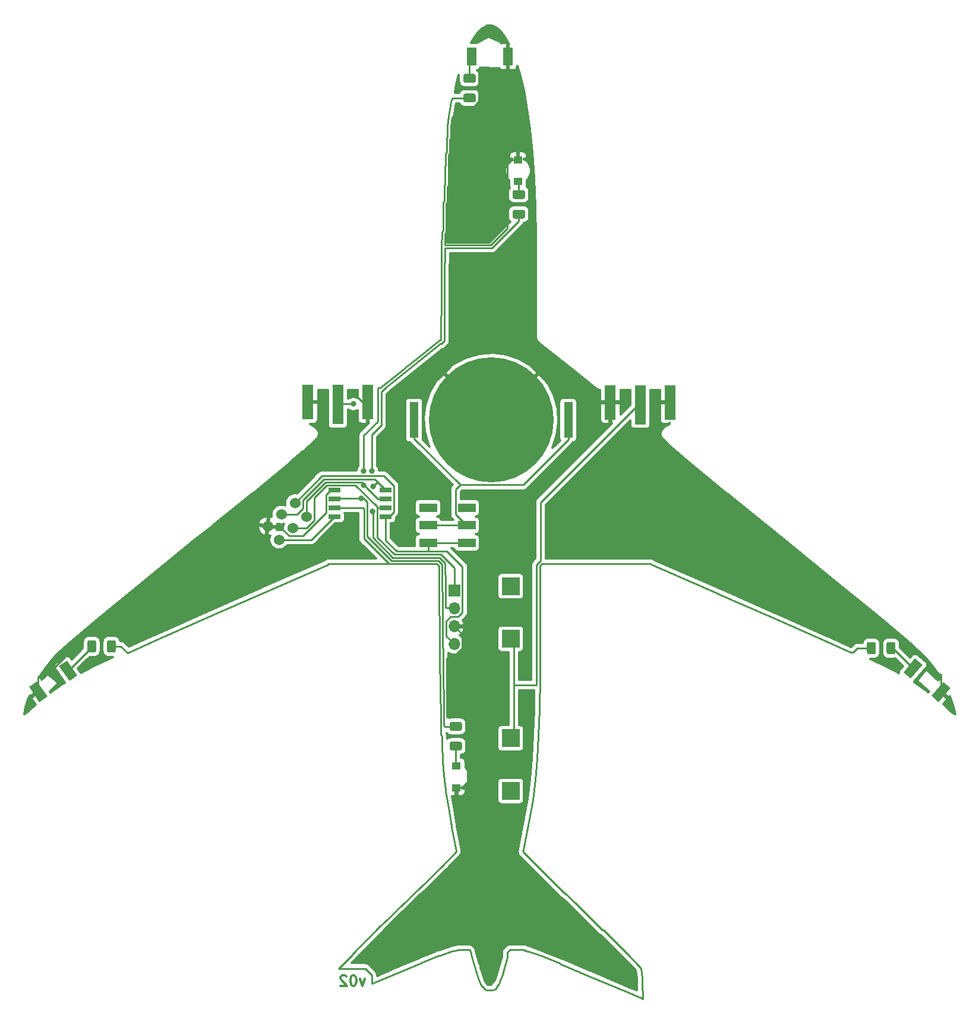
<source format=gbl>
%TF.GenerationSoftware,KiCad,Pcbnew,5.1.6-c6e7f7d~86~ubuntu18.04.1*%
%TF.CreationDate,2020-06-22T17:01:26-04:00*%
%TF.ProjectId,aerospace_badge,6165726f-7370-4616-9365-5f6261646765,V02*%
%TF.SameCoordinates,Original*%
%TF.FileFunction,Copper,L2,Bot*%
%TF.FilePolarity,Positive*%
%FSLAX46Y46*%
G04 Gerber Fmt 4.6, Leading zero omitted, Abs format (unit mm)*
G04 Created by KiCad (PCBNEW 5.1.6-c6e7f7d~86~ubuntu18.04.1) date 2020-06-22 17:01:26*
%MOMM*%
%LPD*%
G01*
G04 APERTURE LIST*
%TA.AperFunction,NonConductor*%
%ADD10C,0.300000*%
%TD*%
%TA.AperFunction,SMDPad,CuDef*%
%ADD11C,1.524000*%
%TD*%
%TA.AperFunction,ComponentPad*%
%ADD12R,2.500000X2.500000*%
%TD*%
%TA.AperFunction,SMDPad,CuDef*%
%ADD13R,2.500000X1.200000*%
%TD*%
%TA.AperFunction,SMDPad,CuDef*%
%ADD14R,1.400000X2.600000*%
%TD*%
%TA.AperFunction,SMDPad,CuDef*%
%ADD15C,0.100000*%
%TD*%
%TA.AperFunction,SMDPad,CuDef*%
%ADD16R,1.270000X5.080000*%
%TD*%
%TA.AperFunction,SMDPad,CuDef*%
%ADD17C,17.800000*%
%TD*%
%TA.AperFunction,SMDPad,CuDef*%
%ADD18R,1.600000X4.900000*%
%TD*%
%TA.AperFunction,SMDPad,CuDef*%
%ADD19R,1.600000X5.600000*%
%TD*%
%TA.AperFunction,SMDPad,CuDef*%
%ADD20R,1.700000X0.650000*%
%TD*%
%TA.AperFunction,SMDPad,CuDef*%
%ADD21R,1.250000X1.080000*%
%TD*%
%TA.AperFunction,ComponentPad*%
%ADD22R,1.700000X1.700000*%
%TD*%
%TA.AperFunction,ComponentPad*%
%ADD23O,1.700000X1.700000*%
%TD*%
%TA.AperFunction,ViaPad*%
%ADD24C,0.800000*%
%TD*%
%TA.AperFunction,Conductor*%
%ADD25C,0.254000*%
%TD*%
%TA.AperFunction,Conductor*%
%ADD26C,0.250000*%
%TD*%
%TA.AperFunction,Conductor*%
%ADD27C,0.300000*%
%TD*%
G04 APERTURE END LIST*
D10*
X130601814Y-158009471D02*
X130244671Y-159009471D01*
X129887528Y-158009471D01*
X129030385Y-157509471D02*
X128887528Y-157509471D01*
X128744671Y-157580900D01*
X128673242Y-157652328D01*
X128601814Y-157795185D01*
X128530385Y-158080900D01*
X128530385Y-158438042D01*
X128601814Y-158723757D01*
X128673242Y-158866614D01*
X128744671Y-158938042D01*
X128887528Y-159009471D01*
X129030385Y-159009471D01*
X129173242Y-158938042D01*
X129244671Y-158866614D01*
X129316100Y-158723757D01*
X129387528Y-158438042D01*
X129387528Y-158080900D01*
X129316100Y-157795185D01*
X129244671Y-157652328D01*
X129173242Y-157580900D01*
X129030385Y-157509471D01*
X127958957Y-157652328D02*
X127887528Y-157580900D01*
X127744671Y-157509471D01*
X127387528Y-157509471D01*
X127244671Y-157580900D01*
X127173242Y-157652328D01*
X127101814Y-157795185D01*
X127101814Y-157938042D01*
X127173242Y-158152328D01*
X128030385Y-159009471D01*
X127101814Y-159009471D01*
D11*
%TO.P,J3,1*%
%TO.N,Net-(J3-Pad1)*%
X122269093Y-92240696D03*
%TO.P,J3,2*%
%TO.N,VCC*%
X120636413Y-90294943D03*
%TO.P,J3,3*%
%TO.N,Net-(J3-Pad3)*%
X120323340Y-93873376D03*
%TO.P,J3,4*%
%TO.N,Net-(J3-Pad4)*%
X118690660Y-91927624D03*
%TO.P,J3,5*%
%TO.N,Net-(J3-Pad5)*%
X118377587Y-95506057D03*
%TO.P,J3,6*%
%TO.N,GND*%
X116744907Y-93560304D03*
%TD*%
D12*
%TO.P,J6,*%
%TO.N,*%
X151384000Y-131279900D03*
%TO.P,J6,1*%
%TO.N,Net-(J2-Pad1)*%
X151384000Y-123779900D03*
%TD*%
%TO.P,J7,*%
%TO.N,*%
X151384000Y-102126400D03*
%TO.P,J7,1*%
%TO.N,Net-(J2-Pad1)*%
X151384000Y-109626400D03*
%TD*%
D13*
%TO.P,SW1,1*%
%TO.N,Net-(SW1-Pad1)*%
X145110200Y-90961200D03*
%TO.P,SW1,2*%
%TO.N,Net-(BT1-Pad1)*%
X145110200Y-93461200D03*
%TO.P,SW1,3*%
%TO.N,VCC*%
X145110200Y-95961200D03*
%TO.P,SW1,1*%
%TO.N,Net-(SW1-Pad1)*%
X139610200Y-90961200D03*
%TO.P,SW1,2*%
%TO.N,Net-(BT1-Pad1)*%
X139610200Y-93461200D03*
%TO.P,SW1,3*%
%TO.N,VCC*%
X139610200Y-95961200D03*
%TD*%
D14*
%TO.P,D1,1*%
%TO.N,GND*%
X150986800Y-26720800D03*
%TO.P,D1,2*%
%TO.N,Net-(D1-Pad2)*%
X145786800Y-26720800D03*
%TD*%
%TA.AperFunction,SMDPad,CuDef*%
D15*
%TO.P,D3,1*%
%TO.N,GND*%
G36*
X84220843Y-118623901D02*
G01*
X82729544Y-116494106D01*
X83876357Y-115691099D01*
X85367656Y-117820894D01*
X84220843Y-118623901D01*
G37*
%TD.AperFunction*%
%TA.AperFunction,SMDPad,CuDef*%
%TO.P,D3,2*%
%TO.N,Net-(D3-Pad2)*%
G36*
X88480433Y-115641303D02*
G01*
X86989134Y-113511508D01*
X88135947Y-112708501D01*
X89627246Y-114838296D01*
X88480433Y-115641303D01*
G37*
%TD.AperFunction*%
%TD*%
%TA.AperFunction,SMDPad,CuDef*%
%TO.P,D2,2*%
%TO.N,Net-(D2-Pad2)*%
G36*
X210098539Y-113314746D02*
G01*
X208427291Y-115306461D01*
X207354829Y-114406558D01*
X209026077Y-112414843D01*
X210098539Y-113314746D01*
G37*
%TD.AperFunction*%
%TA.AperFunction,SMDPad,CuDef*%
%TO.P,D2,1*%
%TO.N,GND*%
G36*
X214081971Y-116657242D02*
G01*
X212410723Y-118648957D01*
X211338261Y-117749054D01*
X213009509Y-115757339D01*
X214081971Y-116657242D01*
G37*
%TD.AperFunction*%
%TD*%
D16*
%TO.P,BT1,1*%
%TO.N,Net-(BT1-Pad1)*%
X137617700Y-78486000D03*
X159587700Y-78486000D03*
D17*
%TO.P,BT1,2*%
%TO.N,GND*%
X148602700Y-78486000D03*
%TD*%
D18*
%TO.P,J2,2*%
%TO.N,GND*%
X165589800Y-75951600D03*
D19*
%TO.P,J2,1*%
%TO.N,Net-(J2-Pad1)*%
X169849800Y-76301600D03*
D18*
%TO.P,J2,2*%
%TO.N,GND*%
X174109800Y-75951600D03*
%TD*%
%TO.P,R1,2*%
%TO.N,Net-(D1-Pad2)*%
%TA.AperFunction,SMDPad,CuDef*%
G36*
G01*
X146141600Y-30438600D02*
X144891600Y-30438600D01*
G75*
G02*
X144641600Y-30188600I0J250000D01*
G01*
X144641600Y-29438600D01*
G75*
G02*
X144891600Y-29188600I250000J0D01*
G01*
X146141600Y-29188600D01*
G75*
G02*
X146391600Y-29438600I0J-250000D01*
G01*
X146391600Y-30188600D01*
G75*
G02*
X146141600Y-30438600I-250000J0D01*
G01*
G37*
%TD.AperFunction*%
%TO.P,R1,1*%
%TO.N,Net-(J3-Pad1)*%
%TA.AperFunction,SMDPad,CuDef*%
G36*
G01*
X146141600Y-33238600D02*
X144891600Y-33238600D01*
G75*
G02*
X144641600Y-32988600I0J250000D01*
G01*
X144641600Y-32238600D01*
G75*
G02*
X144891600Y-31988600I250000J0D01*
G01*
X146141600Y-31988600D01*
G75*
G02*
X146391600Y-32238600I0J-250000D01*
G01*
X146391600Y-32988600D01*
G75*
G02*
X146141600Y-33238600I-250000J0D01*
G01*
G37*
%TD.AperFunction*%
%TD*%
%TO.P,R2,2*%
%TO.N,Net-(D2-Pad2)*%
%TA.AperFunction,SMDPad,CuDef*%
G36*
G01*
X204962600Y-111572200D02*
X204962600Y-110322200D01*
G75*
G02*
X205212600Y-110072200I250000J0D01*
G01*
X205962600Y-110072200D01*
G75*
G02*
X206212600Y-110322200I0J-250000D01*
G01*
X206212600Y-111572200D01*
G75*
G02*
X205962600Y-111822200I-250000J0D01*
G01*
X205212600Y-111822200D01*
G75*
G02*
X204962600Y-111572200I0J250000D01*
G01*
G37*
%TD.AperFunction*%
%TO.P,R2,1*%
%TO.N,Net-(R2-Pad1)*%
%TA.AperFunction,SMDPad,CuDef*%
G36*
G01*
X202162600Y-111572200D02*
X202162600Y-110322200D01*
G75*
G02*
X202412600Y-110072200I250000J0D01*
G01*
X203162600Y-110072200D01*
G75*
G02*
X203412600Y-110322200I0J-250000D01*
G01*
X203412600Y-111572200D01*
G75*
G02*
X203162600Y-111822200I-250000J0D01*
G01*
X202412600Y-111822200D01*
G75*
G02*
X202162600Y-111572200I0J250000D01*
G01*
G37*
%TD.AperFunction*%
%TD*%
%TO.P,R3,2*%
%TO.N,Net-(D3-Pad2)*%
%TA.AperFunction,SMDPad,CuDef*%
G36*
G01*
X92306300Y-110068200D02*
X92306300Y-111318200D01*
G75*
G02*
X92056300Y-111568200I-250000J0D01*
G01*
X91306300Y-111568200D01*
G75*
G02*
X91056300Y-111318200I0J250000D01*
G01*
X91056300Y-110068200D01*
G75*
G02*
X91306300Y-109818200I250000J0D01*
G01*
X92056300Y-109818200D01*
G75*
G02*
X92306300Y-110068200I0J-250000D01*
G01*
G37*
%TD.AperFunction*%
%TO.P,R3,1*%
%TO.N,Net-(R2-Pad1)*%
%TA.AperFunction,SMDPad,CuDef*%
G36*
G01*
X95106300Y-110068200D02*
X95106300Y-111318200D01*
G75*
G02*
X94856300Y-111568200I-250000J0D01*
G01*
X94106300Y-111568200D01*
G75*
G02*
X93856300Y-111318200I0J250000D01*
G01*
X93856300Y-110068200D01*
G75*
G02*
X94106300Y-109818200I250000J0D01*
G01*
X94856300Y-109818200D01*
G75*
G02*
X95106300Y-110068200I0J-250000D01*
G01*
G37*
%TD.AperFunction*%
%TD*%
%TO.P,R4,2*%
%TO.N,Net-(D4-Pad2)*%
%TA.AperFunction,SMDPad,CuDef*%
G36*
G01*
X142935800Y-124266800D02*
X144185800Y-124266800D01*
G75*
G02*
X144435800Y-124516800I0J-250000D01*
G01*
X144435800Y-125266800D01*
G75*
G02*
X144185800Y-125516800I-250000J0D01*
G01*
X142935800Y-125516800D01*
G75*
G02*
X142685800Y-125266800I0J250000D01*
G01*
X142685800Y-124516800D01*
G75*
G02*
X142935800Y-124266800I250000J0D01*
G01*
G37*
%TD.AperFunction*%
%TO.P,R4,1*%
%TO.N,Net-(R4-Pad1)*%
%TA.AperFunction,SMDPad,CuDef*%
G36*
G01*
X142935800Y-121466800D02*
X144185800Y-121466800D01*
G75*
G02*
X144435800Y-121716800I0J-250000D01*
G01*
X144435800Y-122466800D01*
G75*
G02*
X144185800Y-122716800I-250000J0D01*
G01*
X142935800Y-122716800D01*
G75*
G02*
X142685800Y-122466800I0J250000D01*
G01*
X142685800Y-121716800D01*
G75*
G02*
X142935800Y-121466800I250000J0D01*
G01*
G37*
%TD.AperFunction*%
%TD*%
%TO.P,R5,2*%
%TO.N,Net-(D5-Pad2)*%
%TA.AperFunction,SMDPad,CuDef*%
G36*
G01*
X153164700Y-46992700D02*
X151914700Y-46992700D01*
G75*
G02*
X151664700Y-46742700I0J250000D01*
G01*
X151664700Y-45992700D01*
G75*
G02*
X151914700Y-45742700I250000J0D01*
G01*
X153164700Y-45742700D01*
G75*
G02*
X153414700Y-45992700I0J-250000D01*
G01*
X153414700Y-46742700D01*
G75*
G02*
X153164700Y-46992700I-250000J0D01*
G01*
G37*
%TD.AperFunction*%
%TO.P,R5,1*%
%TO.N,Net-(R4-Pad1)*%
%TA.AperFunction,SMDPad,CuDef*%
G36*
G01*
X153164700Y-49792700D02*
X151914700Y-49792700D01*
G75*
G02*
X151664700Y-49542700I0J250000D01*
G01*
X151664700Y-48792700D01*
G75*
G02*
X151914700Y-48542700I250000J0D01*
G01*
X153164700Y-48542700D01*
G75*
G02*
X153414700Y-48792700I0J-250000D01*
G01*
X153414700Y-49542700D01*
G75*
G02*
X153164700Y-49792700I-250000J0D01*
G01*
G37*
%TD.AperFunction*%
%TD*%
D20*
%TO.P,U1,8*%
%TO.N,VCC*%
X133558300Y-92240100D03*
%TO.P,U1,7*%
%TO.N,Net-(J3-Pad3)*%
X133558300Y-90970100D03*
%TO.P,U1,6*%
%TO.N,Net-(J3-Pad1)*%
X133558300Y-89700100D03*
%TO.P,U1,5*%
%TO.N,Net-(J3-Pad4)*%
X133558300Y-88430100D03*
%TO.P,U1,4*%
%TO.N,GND*%
X126258300Y-88430100D03*
%TO.P,U1,3*%
%TO.N,Net-(R4-Pad1)*%
X126258300Y-89700100D03*
%TO.P,U1,2*%
%TO.N,Net-(R2-Pad1)*%
X126258300Y-90970100D03*
%TO.P,U1,1*%
%TO.N,Net-(J3-Pad5)*%
X126258300Y-92240100D03*
%TD*%
D21*
%TO.P,D4,2*%
%TO.N,Net-(D4-Pad2)*%
X143662400Y-127713300D03*
%TO.P,D4,1*%
%TO.N,GND*%
X143662400Y-130833300D03*
%TD*%
%TO.P,D5,1*%
%TO.N,GND*%
X152438100Y-41406200D03*
%TO.P,D5,2*%
%TO.N,Net-(D5-Pad2)*%
X152438100Y-44526200D03*
%TD*%
D22*
%TO.P,J4,1*%
%TO.N,Net-(J3-Pad3)*%
X143332200Y-102781100D03*
D23*
%TO.P,J4,2*%
%TO.N,Net-(J3-Pad4)*%
X143332200Y-105321100D03*
%TO.P,J4,3*%
%TO.N,GND*%
X143332200Y-107861100D03*
%TO.P,J4,4*%
%TO.N,VCC*%
X143332200Y-110401100D03*
%TD*%
D18*
%TO.P,J1,2*%
%TO.N,GND*%
X131006000Y-75920600D03*
D19*
%TO.P,J1,1*%
%TO.N,Net-(J1-Pad1)*%
X126746000Y-76270600D03*
D18*
%TO.P,J1,2*%
%TO.N,GND*%
X122486000Y-75920600D03*
%TD*%
D24*
%TO.N,GND*%
X129120900Y-74790300D03*
X134264400Y-74790300D03*
%TO.N,Net-(J1-Pad1)*%
X128981200Y-76200000D03*
%TO.N,Net-(R4-Pad1)*%
X130086447Y-89623553D03*
X131572000Y-85686900D03*
%TO.N,Net-(J3-Pad1)*%
X130454400Y-87731600D03*
X130454400Y-85705070D03*
%TO.N,Net-(J3-Pad4)*%
X131654299Y-91452700D03*
X131740152Y-87956646D03*
%TD*%
D25*
%TO.N,GND*%
X84039090Y-116365854D02*
X84039090Y-115046110D01*
X84048600Y-117157500D02*
X84048600Y-116375364D01*
X84048600Y-116375364D02*
X84039090Y-116365854D01*
X212710116Y-117203148D02*
X212710116Y-114668525D01*
X131006000Y-75920600D02*
X130225800Y-75920600D01*
X130225800Y-75920600D02*
X129120900Y-74815700D01*
X129120900Y-74815700D02*
X129120900Y-74790300D01*
X125081299Y-89113499D02*
X125764698Y-88430100D01*
X125764698Y-88430100D02*
X126258300Y-88430100D01*
X125081299Y-91676490D02*
X125081299Y-89113499D01*
X121795412Y-94962377D02*
X125081299Y-91676490D01*
X119800619Y-94962377D02*
X121795412Y-94962377D01*
X118398546Y-93560304D02*
X119800619Y-94962377D01*
X116744907Y-93560304D02*
X118398546Y-93560304D01*
X212710116Y-114668525D02*
X212420425Y-114668525D01*
X212420425Y-114668525D02*
X209245200Y-111493300D01*
X209245200Y-111493300D02*
X209181700Y-111429800D01*
X84578810Y-114506390D02*
X86312390Y-114506390D01*
X84039090Y-115046110D02*
X84578810Y-114506390D01*
X86312390Y-113725789D02*
X87922579Y-112115600D01*
X86312390Y-114506390D02*
X86312390Y-113725789D01*
X143223969Y-112251293D02*
X144509201Y-110966061D01*
X142285802Y-120670402D02*
X142285802Y-112364602D01*
X142392400Y-120777000D02*
X142285802Y-120670402D01*
X144395361Y-130800301D02*
X145189401Y-130006261D01*
X144509201Y-110966061D02*
X144509201Y-109038101D01*
X143662400Y-130810000D02*
X143672099Y-130800301D01*
X144509201Y-109038101D02*
X143332200Y-107861100D01*
X143672099Y-130800301D02*
X144395361Y-130800301D01*
X145189401Y-130006261D02*
X145189401Y-121389601D01*
X144576800Y-120777000D02*
X142392400Y-120777000D01*
X143662400Y-130833300D02*
X143662400Y-130810000D01*
X145189401Y-121389601D02*
X144576800Y-120777000D01*
D26*
X151563100Y-41406200D02*
X150901400Y-42067900D01*
X152438100Y-41406200D02*
X151563100Y-41406200D01*
X150901400Y-42067900D02*
X150901400Y-51151362D01*
X150901400Y-51151362D02*
X148519106Y-53533656D01*
X148519106Y-53533656D02*
X141988704Y-53533656D01*
X142024042Y-51919068D02*
X142194710Y-51748400D01*
X141988704Y-53533656D02*
X142024042Y-51919068D01*
X142194710Y-47646300D02*
X142347110Y-47493900D01*
X142194710Y-51748400D02*
X142194710Y-47646300D01*
X142347110Y-45284100D02*
X142510116Y-45121094D01*
X142347110Y-47493900D02*
X142347110Y-45284100D01*
X142510116Y-40663394D02*
X142677859Y-40495651D01*
X142510116Y-45121094D02*
X142510116Y-40663394D01*
X142677859Y-38476351D02*
X142840958Y-38313252D01*
X142677859Y-40495651D02*
X142677859Y-38476351D01*
X142840958Y-36677271D02*
X142994444Y-35343114D01*
X142840958Y-38313252D02*
X142840958Y-36677271D01*
X146842476Y-33100914D02*
X146842476Y-28598385D01*
X142994444Y-35343114D02*
X144600276Y-35343114D01*
X144600276Y-35343114D02*
X146842476Y-33100914D01*
X150986800Y-28270800D02*
X150986800Y-26720800D01*
X150659215Y-28598385D02*
X150986800Y-28270800D01*
X146842476Y-28598385D02*
X150659215Y-28598385D01*
X143110660Y-112364602D02*
X143223969Y-112251293D01*
X142285802Y-112364602D02*
X143110660Y-112364602D01*
D25*
%TO.N,VCC*%
X139610200Y-95961200D02*
X145110200Y-95961200D01*
D26*
X134733301Y-87845099D02*
X134733301Y-91555101D01*
X133318272Y-86430070D02*
X134733301Y-87845099D01*
X134048302Y-92240100D02*
X133558300Y-92240100D01*
X134733301Y-91555101D02*
X134048302Y-92240100D01*
X124501286Y-86430070D02*
X133318272Y-86430070D01*
X120636413Y-90294943D02*
X124501286Y-86430070D01*
D25*
X141114200Y-95961200D02*
X139610200Y-95961200D01*
X142155199Y-109224099D02*
X142155199Y-107110141D01*
X143332200Y-110401100D02*
X142155199Y-109224099D01*
X142155199Y-107110141D02*
X142767239Y-106498101D01*
X142767239Y-106498101D02*
X143897161Y-106498101D01*
X143897161Y-106498101D02*
X144509201Y-105886061D01*
X144509201Y-105886061D02*
X144509201Y-99356201D01*
X133558300Y-92240100D02*
X133558300Y-95598000D01*
X133558300Y-95598000D02*
X135115466Y-97155166D01*
X135064832Y-97129600D02*
X139611100Y-97129600D01*
X139610200Y-97103632D02*
X139610200Y-95961200D01*
D26*
X142282600Y-97129600D02*
X139611100Y-97129600D01*
X144509201Y-99356201D02*
X142282600Y-97129600D01*
%TO.N,Net-(D1-Pad2)*%
X145516600Y-26296000D02*
X145637900Y-26174700D01*
X145516600Y-29813600D02*
X145516600Y-26296000D01*
%TO.N,Net-(D2-Pad2)*%
X205813232Y-110947200D02*
X208726684Y-113860652D01*
X205587600Y-110947200D02*
X205813232Y-110947200D01*
%TO.N,Net-(D3-Pad2)*%
X91681300Y-110801792D02*
X88308190Y-114174902D01*
X91681300Y-110693200D02*
X91681300Y-110801792D01*
%TO.N,Net-(D4-Pad2)*%
X143560800Y-127611700D02*
X143662400Y-127713300D01*
X143560800Y-124891800D02*
X143560800Y-127611700D01*
D25*
%TO.N,Net-(D5-Pad2)*%
X152539700Y-44627800D02*
X152438100Y-44526200D01*
X152539700Y-46367700D02*
X152539700Y-44627800D01*
%TO.N,Net-(J1-Pad1)*%
X126816600Y-76200000D02*
X126746000Y-76270600D01*
X128981200Y-76200000D02*
X126816600Y-76200000D01*
%TO.N,Net-(J2-Pad1)*%
X157773600Y-88074500D02*
X169837100Y-76011000D01*
D26*
X151853900Y-120116600D02*
X151853900Y-116751100D01*
X151853900Y-123755800D02*
X151853900Y-120116600D01*
X155657194Y-90190906D02*
X169837100Y-76011000D01*
X155657194Y-98519196D02*
X155657194Y-90190906D01*
X151853900Y-109931200D02*
X151663400Y-109740700D01*
X151853900Y-116217700D02*
X155088619Y-116217700D01*
X151853900Y-116217700D02*
X151853900Y-109931200D01*
X151853900Y-123755800D02*
X151853900Y-116217700D01*
X155088619Y-99145119D02*
X155059945Y-99116445D01*
X155088619Y-116217700D02*
X155088619Y-99145119D01*
X155059945Y-99116445D02*
X155657194Y-98519196D01*
%TO.N,Net-(R2-Pad1)*%
X94481300Y-110693200D02*
X95173800Y-110693200D01*
X126258300Y-90970100D02*
X125784861Y-90970100D01*
X200177400Y-111569500D02*
X200799700Y-110947200D01*
X199823386Y-111569500D02*
X200177400Y-111569500D01*
X196249369Y-109954031D02*
X199823386Y-111569500D01*
X196248773Y-109952481D02*
X196249369Y-109954031D01*
X181388520Y-103386427D02*
X188826897Y-106651585D01*
X180710118Y-103088636D02*
X181388520Y-103386427D01*
X180709875Y-103088018D02*
X180710118Y-103088636D01*
X155843594Y-98969206D02*
X171358894Y-98969206D01*
X155580961Y-99231839D02*
X155843594Y-98969206D01*
X155580961Y-101097961D02*
X155580961Y-99231839D01*
X155581066Y-101098067D02*
X155580961Y-101097961D01*
X155576654Y-110979395D02*
X155581066Y-101098067D01*
X155482205Y-119160205D02*
X155550185Y-115620313D01*
X155333759Y-123394642D02*
X155471241Y-119731073D01*
X155131727Y-126692836D02*
X155333759Y-123394642D01*
X153186290Y-139624910D02*
X153556120Y-137885546D01*
X153139370Y-139845583D02*
X153186290Y-139624910D01*
X153167245Y-139888514D02*
X153139370Y-139845583D01*
X153166572Y-139939693D02*
X153167245Y-139888514D01*
X159035115Y-145859500D02*
X153166572Y-139990957D01*
X153556120Y-137885546D02*
X154078002Y-135219246D01*
X160719901Y-147372201D02*
X159142083Y-145859500D01*
X164465000Y-151117300D02*
X160719901Y-147372201D01*
X165731114Y-152192914D02*
X164617053Y-151117300D01*
X168243630Y-154705430D02*
X165731114Y-152192914D01*
X169860094Y-156446299D02*
X169477884Y-156002629D01*
X169944739Y-156575934D02*
X169860094Y-156446299D01*
X170120895Y-157884083D02*
X169944739Y-156575934D01*
X170120895Y-159630695D02*
X170120895Y-157884083D01*
X155471241Y-119171169D02*
X155482205Y-119160205D01*
X169988968Y-160778273D02*
X170230574Y-160868257D01*
X162446761Y-157584742D02*
X168148452Y-160018743D01*
X162446735Y-157584678D02*
X162446761Y-157584742D01*
X153954064Y-154146343D02*
X153967879Y-154168588D01*
X153406794Y-154018410D02*
X153954064Y-154146343D01*
X153308931Y-153920547D02*
X153406794Y-154018410D01*
X188827362Y-106652777D02*
X196248773Y-109952481D01*
X154509994Y-132522163D02*
X154859161Y-129707746D01*
X150888754Y-154279546D02*
X151247753Y-153920547D01*
X154078002Y-135219246D02*
X154509994Y-132522163D01*
X159142083Y-145859500D02*
X159035115Y-145859500D01*
X150888754Y-154977964D02*
X150888754Y-154279546D01*
X150480975Y-156442434D02*
X150888754Y-154977964D01*
X150190395Y-157438686D02*
X150480975Y-156442434D01*
X158436158Y-155873824D02*
X162446735Y-157584678D01*
X142984726Y-136411118D02*
X143627387Y-139857920D01*
X143171332Y-154065077D02*
X143752044Y-153929385D01*
X142955417Y-136253920D02*
X142984726Y-136411118D01*
X142486336Y-133644268D02*
X142955417Y-136253920D01*
X132740400Y-150596600D02*
X128766231Y-154570769D01*
X149028449Y-159558013D02*
X149213458Y-159443436D01*
X171432317Y-99042629D02*
X180709875Y-103088018D01*
X142092464Y-131106964D02*
X142126750Y-131141250D01*
X148020593Y-159633404D02*
X148130876Y-159640923D01*
X141839171Y-129084710D02*
X142092464Y-131106964D01*
X141152656Y-99235724D02*
X141163181Y-100466636D01*
X138505481Y-145025024D02*
X133461256Y-149862355D01*
X141655874Y-141943538D02*
X141649391Y-141943632D01*
X155550185Y-115620313D02*
X155576654Y-110979395D01*
X116067346Y-103088635D02*
X116067592Y-103088389D01*
X141658991Y-125885591D02*
X141658991Y-127046028D01*
X128766231Y-154570769D02*
X128766231Y-154635200D01*
X146353116Y-156411516D02*
X146353116Y-156632766D01*
X149685867Y-158795529D02*
X149928877Y-158217488D01*
X141580025Y-125806625D02*
X141658991Y-125885591D01*
X155471241Y-119731073D02*
X155471241Y-119171169D01*
X168148452Y-160018743D02*
X169988968Y-160778273D01*
X125292311Y-99065889D02*
X125388994Y-98969206D01*
X138694120Y-155727998D02*
X138652702Y-155744652D01*
X200799700Y-110947200D02*
X202787600Y-110947200D01*
X144355209Y-153904291D02*
X145466370Y-153904291D01*
X146264229Y-156322629D02*
X146353116Y-156411516D01*
X132740400Y-150558333D02*
X132740400Y-150596600D01*
X116067592Y-103088389D02*
X116067592Y-103088010D01*
X154859161Y-129707746D02*
X155131727Y-126692836D01*
X142126750Y-131367953D02*
X142486336Y-133644268D01*
X141249137Y-154700405D02*
X143147809Y-154053510D01*
X134683395Y-157434603D02*
X134683447Y-157434623D01*
X125388994Y-98969206D02*
X140883850Y-98969206D01*
X164617053Y-151117300D02*
X164465000Y-151117300D01*
X138652702Y-155744652D02*
X141097726Y-154761474D01*
X141459412Y-123311112D02*
X141580025Y-123431725D01*
X141266473Y-112183473D02*
X141266473Y-112520704D01*
X155701905Y-154770146D02*
X158433948Y-155868641D01*
X116067592Y-103088010D02*
X125292311Y-99065889D01*
X131622800Y-157793151D02*
X131621255Y-157794696D01*
X188826897Y-106651585D02*
X188827362Y-106652777D01*
X141163181Y-100466636D02*
X141263343Y-112180343D01*
X142126750Y-131141250D02*
X142126750Y-131367953D01*
X143602887Y-139893649D02*
X143602887Y-139939052D01*
X146849563Y-158217124D02*
X147092579Y-158795254D01*
X169477884Y-156002629D02*
X168243630Y-154705430D01*
X141263343Y-112180343D02*
X141266473Y-112183473D01*
X149352000Y-159304894D02*
X149352000Y-159129396D01*
X143627387Y-139857920D02*
X143602887Y-139893649D01*
X143883309Y-153920547D02*
X144338131Y-153921368D01*
X141580025Y-123431725D02*
X141580025Y-125806625D01*
X170227309Y-159737109D02*
X170120895Y-159630695D01*
X131622800Y-157543500D02*
X131622800Y-157793151D01*
X128766231Y-154635200D02*
X126849313Y-156552118D01*
X141017691Y-99103047D02*
X141152656Y-99235724D01*
X126849313Y-156552118D02*
X130631418Y-156552118D01*
X155695537Y-154757198D02*
X155701905Y-154770146D01*
X146353116Y-156632766D02*
X146588046Y-157438250D01*
X148130876Y-159640923D02*
X148138382Y-159633418D01*
X130631418Y-156552118D02*
X131622800Y-157543500D01*
X153166572Y-139990957D02*
X153166572Y-139939693D01*
X131621255Y-158741670D02*
X134683395Y-157434603D01*
X133461256Y-149862355D02*
X132740400Y-150558333D01*
X134683447Y-157434623D02*
X138688900Y-155725899D01*
X170230574Y-160868257D02*
X170227309Y-159737109D01*
X151247753Y-153920547D02*
X153308931Y-153920547D01*
X138688900Y-155725899D02*
X138694120Y-155727998D01*
X140883850Y-98969206D02*
X141017691Y-99103047D01*
X141097726Y-154761474D02*
X141158795Y-154700405D01*
X141158795Y-154700405D02*
X141249137Y-154700405D01*
X143752044Y-153929385D02*
X143874471Y-153929385D01*
X141658991Y-127046028D02*
X141839171Y-129084710D01*
X141383995Y-120979767D02*
X141459412Y-123311112D01*
X143874471Y-153929385D02*
X143883309Y-153920547D01*
X144338131Y-153921368D02*
X144355209Y-153904291D01*
X145466370Y-153904291D02*
X145638683Y-154076604D01*
X153967879Y-154168588D02*
X155695537Y-154757198D01*
X149928877Y-158217488D02*
X150190395Y-157438686D01*
X145638683Y-154076604D02*
X145780087Y-154584318D01*
X141266473Y-112520704D02*
X141383995Y-120979767D01*
X146588046Y-157438250D02*
X146849563Y-158217124D01*
X141649391Y-141943632D02*
X138508553Y-145025053D01*
X147092579Y-158795254D02*
X147238977Y-159046910D01*
X171358894Y-98969206D02*
X171432317Y-99042629D01*
X158433948Y-155868641D02*
X158436158Y-155873824D01*
X145780087Y-154584318D02*
X146264229Y-156322629D01*
X148138382Y-159633418D02*
X148757872Y-159633418D01*
X143147809Y-154053510D02*
X143171332Y-154065077D01*
X138508553Y-145025053D02*
X138505481Y-145025024D01*
X147238977Y-159046910D02*
X147750040Y-159557973D01*
X143602887Y-139939052D02*
X141655874Y-141943538D01*
X147750040Y-159557973D02*
X148020593Y-159633404D01*
X148757872Y-159633418D02*
X149028449Y-159558013D01*
X131621255Y-157794696D02*
X131621255Y-158741670D01*
X149213458Y-159443436D02*
X149352000Y-159304894D01*
X149352000Y-159129396D02*
X149685867Y-158795529D01*
X116067592Y-103088527D02*
X108125047Y-106575028D01*
X116067592Y-103088010D02*
X116067592Y-103088527D01*
X108125047Y-106575028D02*
X100876918Y-109797764D01*
X100876918Y-109797764D02*
X100875364Y-109797178D01*
X95807535Y-110693200D02*
X94481300Y-110693200D01*
X100875364Y-109797178D02*
X96768079Y-111653744D01*
X96768079Y-111653744D02*
X95807535Y-110693200D01*
D25*
X126258300Y-90970100D02*
X130292490Y-90970100D01*
X134031906Y-98967206D02*
X134033906Y-98967206D01*
X130457590Y-95392890D02*
X134031906Y-98967206D01*
X130292490Y-90970100D02*
X130457590Y-91135200D01*
X130457590Y-91135200D02*
X130457590Y-95392890D01*
%TO.N,Net-(R4-Pad1)*%
X126321800Y-89636600D02*
X126258300Y-89700100D01*
X130429000Y-89636600D02*
X126321800Y-89636600D01*
X141718483Y-110933683D02*
X141704589Y-110919789D01*
X141867337Y-121941037D02*
X141835901Y-120969267D01*
X142018100Y-122091800D02*
X141867337Y-121941037D01*
X141718483Y-112517536D02*
X141718483Y-110933683D01*
X141835901Y-120969267D02*
X141718483Y-112517536D01*
X143560800Y-122091800D02*
X142018100Y-122091800D01*
X141704589Y-110919789D02*
X141657673Y-105432994D01*
X141657673Y-105432994D02*
X141613574Y-100275551D01*
X141613574Y-100275551D02*
X141613571Y-100275548D01*
X141335860Y-98781978D02*
X141071078Y-98517196D01*
X141603049Y-99044639D02*
X141335860Y-98781978D01*
X130911600Y-95019810D02*
X130911600Y-90119200D01*
X141071078Y-98517196D02*
X134408986Y-98517196D01*
X134408986Y-98517196D02*
X130911600Y-95019810D01*
X141613571Y-100275548D02*
X141603049Y-99044639D01*
X130911600Y-90119200D02*
X130429000Y-89636600D01*
X130429000Y-89636600D02*
X130099494Y-89636600D01*
X130099494Y-89636600D02*
X130086447Y-89623553D01*
X141980810Y-53985666D02*
X148706334Y-53985666D01*
X141980810Y-56067228D02*
X141980810Y-53985666D01*
X141946508Y-67198989D02*
X141946508Y-56101530D01*
X141946508Y-56101530D02*
X141980810Y-56067228D01*
X141529960Y-67615537D02*
X141946508Y-67198989D01*
X141369618Y-67615537D02*
X141529960Y-67615537D01*
X136165564Y-71786549D02*
X141369618Y-67615537D01*
X131572000Y-80594200D02*
X132927710Y-79238490D01*
X131572000Y-85686900D02*
X131572000Y-80594200D01*
X148706334Y-53985666D02*
X152539700Y-50152300D01*
X132927710Y-74488690D02*
X133585041Y-73831359D01*
X132927710Y-79238490D02*
X132927710Y-74488690D01*
X152539700Y-50152300D02*
X152539700Y-49167700D01*
X133585041Y-73831359D02*
X136162903Y-71786255D01*
X136162903Y-71786255D02*
X136165564Y-71786549D01*
%TO.N,Net-(BT1-Pad1)*%
X137617700Y-81156962D02*
X137617700Y-78486000D01*
X144173739Y-87713001D02*
X137617700Y-81156962D01*
X153154699Y-87713001D02*
X144173739Y-87713001D01*
X159587700Y-81280000D02*
X153154699Y-87713001D01*
X159587700Y-78486000D02*
X159587700Y-81280000D01*
X143533199Y-91896899D02*
X145110200Y-93473900D01*
X143533199Y-88353541D02*
X143533199Y-91896899D01*
X144173739Y-87713001D02*
X143533199Y-88353541D01*
X139610200Y-93461200D02*
X145110200Y-93461200D01*
D26*
%TO.N,Net-(J3-Pad1)*%
X132458300Y-89700100D02*
X133558300Y-89700100D01*
X124961899Y-87330089D02*
X130088289Y-87330089D01*
X122269093Y-90022895D02*
X124961899Y-87330089D01*
X122269093Y-92240696D02*
X122269093Y-90022895D01*
X145516600Y-32613600D02*
X143141700Y-32613600D01*
X142785901Y-33593810D02*
X142773400Y-33682742D01*
X143141700Y-32613600D02*
X142914178Y-32841122D01*
X142914178Y-32841122D02*
X142785901Y-33593810D01*
X142773400Y-33682742D02*
X142548033Y-35286037D01*
X142548033Y-35286037D02*
X142390948Y-36651470D01*
X142390948Y-38126852D02*
X142227849Y-38289951D01*
X142390948Y-36651470D02*
X142390948Y-38126852D01*
X142227849Y-40309251D02*
X142060106Y-40476994D01*
X142227849Y-38289951D02*
X142227849Y-40309251D01*
X142060106Y-40476994D02*
X142060106Y-42280394D01*
X142060106Y-42280394D02*
X142049500Y-42291000D01*
X142049500Y-42291000D02*
X142049500Y-44297600D01*
X142049500Y-44297600D02*
X142049500Y-44945300D01*
X142049500Y-44945300D02*
X141897100Y-45097700D01*
X141897100Y-45097700D02*
X141897100Y-47307500D01*
X141897100Y-47307500D02*
X141744700Y-47459900D01*
X141744700Y-47459900D02*
X141744700Y-51562000D01*
X141578093Y-51728607D02*
X141528800Y-53980719D01*
X141744700Y-51562000D02*
X141578093Y-51728607D01*
X141528800Y-55880000D02*
X141494498Y-55914302D01*
X141528800Y-53980719D02*
X141528800Y-55880000D01*
X141494498Y-55914302D02*
X141494498Y-63516498D01*
X141380165Y-63630831D02*
X141380165Y-67123265D01*
X141494498Y-63516498D02*
X141380165Y-63630831D01*
D25*
X141380165Y-67123265D02*
X141257866Y-67123265D01*
X141257866Y-67123265D02*
X138191885Y-69580627D01*
X138191885Y-69580627D02*
X136283495Y-71110189D01*
X130459400Y-87726600D02*
X130454400Y-87731600D01*
X130484800Y-87726600D02*
X130459400Y-87726600D01*
D26*
X130484800Y-87726600D02*
X132458300Y-89700100D01*
X130088289Y-87330089D02*
X130484800Y-87726600D01*
D25*
X136028364Y-71314675D02*
X136447356Y-70978855D01*
X136027020Y-71314527D02*
X136028364Y-71314675D01*
X132770343Y-73898157D02*
X136027020Y-71314527D01*
X130454400Y-85705070D02*
X130454400Y-80683100D01*
X132473700Y-73964800D02*
X132559282Y-73879218D01*
X130454400Y-80683100D02*
X132473700Y-78663800D01*
X132473700Y-78663800D02*
X132473700Y-73964800D01*
X132559282Y-73879218D02*
X132606001Y-73879218D01*
X132606001Y-73879218D02*
X132770343Y-73898157D01*
D26*
%TO.N,Net-(J3-Pad3)*%
X125083299Y-87845099D02*
X125148299Y-87780099D01*
X120323340Y-93873376D02*
X122245175Y-93873376D01*
X123356094Y-92762457D02*
X123356094Y-89572304D01*
X122245175Y-93873376D02*
X123356094Y-92762457D01*
X132458300Y-90970100D02*
X133558300Y-90970100D01*
X125148299Y-87780099D02*
X129268299Y-87780099D01*
X123356094Y-89572304D02*
X125148299Y-87780099D01*
D25*
X132454300Y-90970100D02*
X133558300Y-90970100D01*
X143332200Y-102781100D02*
X143332200Y-99487407D01*
X143332200Y-99487407D02*
X141453969Y-97609176D01*
X134785100Y-97609176D02*
X132381299Y-95205375D01*
X141453969Y-97609176D02*
X134785100Y-97609176D01*
X132381299Y-91043101D02*
X132454300Y-90970100D01*
D26*
X132381299Y-91322199D02*
X132381299Y-90893099D01*
X132237400Y-90749200D02*
X132458300Y-90970100D01*
X129268299Y-87780099D02*
X132237400Y-90749200D01*
X132381299Y-90893099D02*
X132237400Y-90749200D01*
D25*
X132381299Y-91322199D02*
X132381299Y-91043101D01*
X132381299Y-95205375D02*
X132381299Y-91322199D01*
D26*
%TO.N,Net-(J3-Pad4)*%
X124775499Y-86880079D02*
X132008279Y-86880079D01*
X121819084Y-89836494D02*
X124775499Y-86880079D01*
X121819084Y-91081943D02*
X121819084Y-89836494D01*
X120973403Y-91927624D02*
X121819084Y-91081943D01*
X118690660Y-91927624D02*
X120973403Y-91927624D01*
D25*
X143217900Y-105206800D02*
X142109764Y-105206800D01*
X143332200Y-105321100D02*
X143217900Y-105206800D01*
X142109764Y-102066664D02*
X142082683Y-102039583D01*
X142109764Y-105206800D02*
X142109764Y-102066664D01*
X142055436Y-98852710D02*
X141265912Y-98063186D01*
X142082683Y-102039583D02*
X142055436Y-98852710D01*
X141265912Y-98063186D02*
X141259135Y-98063186D01*
X131775200Y-91452700D02*
X131654299Y-91452700D01*
X131775200Y-95241343D02*
X131775200Y-91452700D01*
X134597043Y-98063186D02*
X131775200Y-95241343D01*
X141265912Y-98063186D02*
X134597043Y-98063186D01*
X133084846Y-87956646D02*
X133558300Y-88430100D01*
D26*
X132342398Y-87354400D02*
X132482600Y-87354400D01*
X131740152Y-87956646D02*
X132342398Y-87354400D01*
X132008279Y-86880079D02*
X132482600Y-87354400D01*
X132482600Y-87354400D02*
X133558300Y-88430100D01*
%TO.N,Net-(J3-Pad5)*%
X122992343Y-95506057D02*
X126258300Y-92240100D01*
X118377587Y-95506057D02*
X122992343Y-95506057D01*
%TD*%
D27*
%TO.N,GND*%
G36*
X148651714Y-22301503D02*
G01*
X148882512Y-22365205D01*
X149126544Y-22474368D01*
X149385651Y-22635361D01*
X149657867Y-22852925D01*
X149939799Y-23129893D01*
X150227868Y-23467585D01*
X150511806Y-23856735D01*
X151098136Y-24846658D01*
X151121320Y-24896780D01*
X151090800Y-24927300D01*
X151090800Y-26616800D01*
X151110800Y-26616800D01*
X151110800Y-26824800D01*
X151090800Y-26824800D01*
X151090800Y-28514300D01*
X151255300Y-28678800D01*
X151686800Y-28681984D01*
X151815791Y-28669280D01*
X151939824Y-28631654D01*
X152054134Y-28570554D01*
X152154328Y-28488328D01*
X152236554Y-28388134D01*
X152297654Y-28273824D01*
X152335280Y-28149791D01*
X152346875Y-28032061D01*
X152684660Y-29178093D01*
X153240267Y-31560814D01*
X153715210Y-34206568D01*
X154111502Y-37149388D01*
X154431133Y-40422178D01*
X154676268Y-44057787D01*
X154849225Y-48088823D01*
X154952460Y-52547901D01*
X154988538Y-57470261D01*
X154994679Y-66689274D01*
X154993842Y-66693766D01*
X154994730Y-66766625D01*
X154994753Y-66800818D01*
X154995202Y-66805349D01*
X154995731Y-66848717D01*
X155002829Y-66882257D01*
X155006213Y-66916386D01*
X155018836Y-66957898D01*
X155027814Y-67000324D01*
X155041318Y-67031835D01*
X155051296Y-67064648D01*
X155071770Y-67102890D01*
X155088856Y-67142759D01*
X155108255Y-67171038D01*
X155124437Y-67201265D01*
X155151975Y-67234775D01*
X155176514Y-67270548D01*
X155201054Y-67294497D01*
X155222825Y-67320989D01*
X155256375Y-67348485D01*
X155259628Y-67351660D01*
X155286279Y-67372993D01*
X155342679Y-67419217D01*
X155346713Y-67421370D01*
X160460692Y-71515008D01*
X163598207Y-74026669D01*
X163654397Y-74072783D01*
X163692874Y-74093349D01*
X163729441Y-74117145D01*
X163761043Y-74129787D01*
X163791063Y-74145833D01*
X163832817Y-74158499D01*
X163873321Y-74174702D01*
X163906779Y-74180935D01*
X163939355Y-74190817D01*
X163982781Y-74195094D01*
X164025664Y-74203083D01*
X164098249Y-74202200D01*
X164129639Y-74202200D01*
X164131800Y-75683100D01*
X164296300Y-75847600D01*
X165485800Y-75847600D01*
X165485800Y-75827600D01*
X165693800Y-75827600D01*
X165693800Y-75847600D01*
X166883300Y-75847600D01*
X167047800Y-75683100D01*
X167049961Y-74202200D01*
X168396655Y-74202200D01*
X168396655Y-76352601D01*
X167049959Y-77699297D01*
X167047800Y-76220100D01*
X166883300Y-76055600D01*
X165693800Y-76055600D01*
X165693800Y-78895100D01*
X165773978Y-78975278D01*
X157197191Y-87552066D01*
X157184245Y-87567841D01*
X155136108Y-89615978D01*
X155106536Y-89640247D01*
X155057417Y-89700099D01*
X155009688Y-89758256D01*
X154937725Y-89892892D01*
X154893409Y-90038980D01*
X154878445Y-90190906D01*
X154882195Y-90228979D01*
X154882194Y-98198181D01*
X154538855Y-98541521D01*
X154509287Y-98565787D01*
X154423435Y-98670397D01*
X154412439Y-98683795D01*
X154340476Y-98818431D01*
X154296160Y-98964519D01*
X154281196Y-99116445D01*
X154296160Y-99268371D01*
X154313620Y-99325928D01*
X154313619Y-115442700D01*
X152628900Y-115442700D01*
X152628900Y-111529545D01*
X152634000Y-111529545D01*
X152761422Y-111516995D01*
X152883948Y-111479827D01*
X152996868Y-111419470D01*
X153095843Y-111338243D01*
X153177070Y-111239268D01*
X153237427Y-111126348D01*
X153274595Y-111003822D01*
X153287145Y-110876400D01*
X153287145Y-108376400D01*
X153274595Y-108248978D01*
X153237427Y-108126452D01*
X153177070Y-108013532D01*
X153095843Y-107914557D01*
X152996868Y-107833330D01*
X152883948Y-107772973D01*
X152761422Y-107735805D01*
X152634000Y-107723255D01*
X150134000Y-107723255D01*
X150006578Y-107735805D01*
X149884052Y-107772973D01*
X149771132Y-107833330D01*
X149672157Y-107914557D01*
X149590930Y-108013532D01*
X149530573Y-108126452D01*
X149493405Y-108248978D01*
X149480855Y-108376400D01*
X149480855Y-110876400D01*
X149493405Y-111003822D01*
X149530573Y-111126348D01*
X149590930Y-111239268D01*
X149672157Y-111338243D01*
X149771132Y-111419470D01*
X149884052Y-111479827D01*
X150006578Y-111516995D01*
X150134000Y-111529545D01*
X151078901Y-111529545D01*
X151078900Y-116179635D01*
X151075151Y-116217700D01*
X151078901Y-116255775D01*
X151078901Y-119974022D01*
X151078900Y-121876755D01*
X150134000Y-121876755D01*
X150006578Y-121889305D01*
X149884052Y-121926473D01*
X149771132Y-121986830D01*
X149672157Y-122068057D01*
X149590930Y-122167032D01*
X149530573Y-122279952D01*
X149493405Y-122402478D01*
X149480855Y-122529900D01*
X149480855Y-125029900D01*
X149493405Y-125157322D01*
X149530573Y-125279848D01*
X149590930Y-125392768D01*
X149672157Y-125491743D01*
X149771132Y-125572970D01*
X149884052Y-125633327D01*
X150006578Y-125670495D01*
X150134000Y-125683045D01*
X152634000Y-125683045D01*
X152761422Y-125670495D01*
X152883948Y-125633327D01*
X152996868Y-125572970D01*
X153095843Y-125491743D01*
X153177070Y-125392768D01*
X153237427Y-125279848D01*
X153274595Y-125157322D01*
X153287145Y-125029900D01*
X153287145Y-122529900D01*
X153274595Y-122402478D01*
X153237427Y-122279952D01*
X153177070Y-122167032D01*
X153095843Y-122068057D01*
X152996868Y-121986830D01*
X152883948Y-121926473D01*
X152761422Y-121889305D01*
X152634000Y-121876755D01*
X152628900Y-121876755D01*
X152628900Y-116992700D01*
X154748687Y-116992700D01*
X154709927Y-119011096D01*
X154707455Y-119019243D01*
X154699477Y-119100247D01*
X154692492Y-119171169D01*
X154696241Y-119209232D01*
X154696241Y-119716548D01*
X154559648Y-123356435D01*
X154358863Y-126634256D01*
X154088471Y-129625112D01*
X153742580Y-132413131D01*
X153314866Y-135083503D01*
X152796763Y-137730496D01*
X152428818Y-139460999D01*
X152389235Y-139647160D01*
X152377651Y-139683614D01*
X152360689Y-139835330D01*
X152360690Y-139835336D01*
X152360689Y-139835341D01*
X152365984Y-139897471D01*
X152373651Y-139987439D01*
X152373653Y-139987444D01*
X152373653Y-139987450D01*
X152394623Y-140060002D01*
X152402786Y-140142882D01*
X152447102Y-140288970D01*
X152468847Y-140329652D01*
X152519066Y-140423607D01*
X152541457Y-140450890D01*
X152615913Y-140541616D01*
X152645490Y-140565889D01*
X158460187Y-146380587D01*
X158484456Y-146410159D01*
X158560003Y-146472158D01*
X158602464Y-146507006D01*
X158674428Y-146545471D01*
X158737101Y-146578970D01*
X158789134Y-146594754D01*
X160177717Y-147926031D01*
X163890072Y-151638387D01*
X163914341Y-151667959D01*
X163966763Y-151710980D01*
X164032349Y-151764806D01*
X164104313Y-151803271D01*
X164166986Y-151836770D01*
X164282877Y-151871926D01*
X165187972Y-152745786D01*
X167688814Y-155246629D01*
X168903232Y-156522981D01*
X169202374Y-156870225D01*
X169345896Y-157936033D01*
X169345895Y-159592632D01*
X169342146Y-159630695D01*
X169345895Y-159668758D01*
X169345895Y-159668759D01*
X169346484Y-159674741D01*
X168448503Y-159304169D01*
X162786367Y-156887055D01*
X162785837Y-156886764D01*
X162784511Y-156886198D01*
X162749646Y-156867256D01*
X162714497Y-156856332D01*
X158810406Y-155190904D01*
X158779568Y-155174831D01*
X158724498Y-155146124D01*
X158687765Y-155135395D01*
X156104418Y-154096688D01*
X156085662Y-154083216D01*
X156085646Y-154083209D01*
X156085634Y-154083200D01*
X156003800Y-154046015D01*
X155981501Y-154035882D01*
X155981493Y-154035879D01*
X155946648Y-154020046D01*
X155909415Y-154011322D01*
X154349915Y-153480003D01*
X154321319Y-153463471D01*
X154275869Y-153437195D01*
X154275866Y-153437194D01*
X154275861Y-153437191D01*
X154190891Y-153408294D01*
X154131338Y-153388040D01*
X154093416Y-153383025D01*
X153788841Y-153311826D01*
X153741581Y-153273041D01*
X153606945Y-153201077D01*
X153460857Y-153156761D01*
X153346996Y-153145547D01*
X153346994Y-153145547D01*
X153308931Y-153141798D01*
X153270868Y-153145547D01*
X151285815Y-153145547D01*
X151247752Y-153141798D01*
X151209689Y-153145547D01*
X151209688Y-153145547D01*
X151095827Y-153156761D01*
X150949739Y-153201077D01*
X150815103Y-153273041D01*
X150697094Y-153369888D01*
X150672820Y-153399466D01*
X150367668Y-153704618D01*
X150338096Y-153728887D01*
X150297411Y-153778462D01*
X150241248Y-153846896D01*
X150170759Y-153978775D01*
X150169285Y-153981532D01*
X150124968Y-154127620D01*
X150114586Y-154233038D01*
X150110005Y-154279546D01*
X150113754Y-154317609D01*
X150113754Y-154872082D01*
X149735661Y-156229940D01*
X149450748Y-157206761D01*
X149203326Y-157943583D01*
X149030354Y-158355028D01*
X148830917Y-158554465D01*
X148801341Y-158578737D01*
X148704494Y-158696746D01*
X148632530Y-158831382D01*
X148624329Y-158858418D01*
X148176470Y-158858418D01*
X148143222Y-158855141D01*
X147858216Y-158570135D01*
X147787636Y-158448808D01*
X147575127Y-157943256D01*
X147327689Y-157206314D01*
X147128116Y-156522055D01*
X147128116Y-156449578D01*
X147131865Y-156411515D01*
X147128116Y-156373451D01*
X147116902Y-156259590D01*
X147072586Y-156113502D01*
X147000622Y-155978866D01*
X146958784Y-155927886D01*
X146529973Y-154388241D01*
X146403345Y-153933578D01*
X146402468Y-153924677D01*
X146382902Y-153860179D01*
X146375055Y-153832003D01*
X146371836Y-153823698D01*
X146358152Y-153778590D01*
X146344317Y-153752706D01*
X146333703Y-153725325D01*
X146308410Y-153685529D01*
X146286188Y-153643954D01*
X146267562Y-153621258D01*
X146251816Y-153596483D01*
X146219257Y-153562397D01*
X146213606Y-153555512D01*
X146192918Y-153534824D01*
X146146368Y-153486092D01*
X146139049Y-153480956D01*
X146041301Y-153383208D01*
X146017029Y-153353632D01*
X145899020Y-153256785D01*
X145764384Y-153184821D01*
X145618296Y-153140505D01*
X145504435Y-153129291D01*
X145504433Y-153129291D01*
X145466370Y-153125542D01*
X145428307Y-153129291D01*
X144393284Y-153129291D01*
X144355231Y-153125542D01*
X144317158Y-153129291D01*
X144317144Y-153129291D01*
X144242248Y-153136667D01*
X144203306Y-153140502D01*
X144203302Y-153140503D01*
X144203283Y-153140505D01*
X144184871Y-153146090D01*
X143922073Y-153145616D01*
X143883309Y-153141798D01*
X143807923Y-153149223D01*
X143763655Y-153153503D01*
X143726196Y-153151065D01*
X143663292Y-153159377D01*
X143600118Y-153165599D01*
X143551180Y-153180444D01*
X143130948Y-153278638D01*
X143045293Y-153281538D01*
X142933899Y-153307644D01*
X142933889Y-153307647D01*
X142896650Y-153316375D01*
X142861837Y-153332196D01*
X141120738Y-153925404D01*
X141120733Y-153925405D01*
X141120730Y-153925405D01*
X141006869Y-153936619D01*
X140860781Y-153980935D01*
X140726145Y-154052899D01*
X140671953Y-154097373D01*
X138475670Y-154980529D01*
X138455234Y-154986964D01*
X138383436Y-155009560D01*
X138349840Y-155027969D01*
X134414609Y-156706736D01*
X134414154Y-156706879D01*
X134408878Y-156709131D01*
X134367115Y-156722973D01*
X134338846Y-156739024D01*
X132399240Y-157566940D01*
X132401549Y-157543500D01*
X132397637Y-157503781D01*
X132386586Y-157391574D01*
X132342270Y-157245486D01*
X132293931Y-157155049D01*
X132270306Y-157110849D01*
X132230605Y-157062474D01*
X132173459Y-156992841D01*
X132143888Y-156968573D01*
X131206350Y-156031036D01*
X131182077Y-156001459D01*
X131064068Y-155904612D01*
X130929432Y-155832648D01*
X130783344Y-155788332D01*
X130669483Y-155777118D01*
X130669481Y-155777118D01*
X130631418Y-155773369D01*
X130593355Y-155777118D01*
X128720328Y-155777118D01*
X129287323Y-155210124D01*
X129316890Y-155185859D01*
X129348515Y-155147323D01*
X129413736Y-155067851D01*
X129469511Y-154963503D01*
X133261487Y-151171528D01*
X133291059Y-151147259D01*
X133336653Y-151091702D01*
X133387906Y-151029251D01*
X133408681Y-150990383D01*
X133998885Y-150420550D01*
X139001399Y-145623221D01*
X139024131Y-145604926D01*
X139024161Y-145604896D01*
X139053989Y-145580885D01*
X139078503Y-145551582D01*
X142131978Y-142555872D01*
X142150627Y-142540108D01*
X142214458Y-142486155D01*
X142238306Y-142456222D01*
X144128346Y-140510392D01*
X144153546Y-140489711D01*
X144181392Y-140455781D01*
X144185328Y-140451728D01*
X144205563Y-140426328D01*
X144250393Y-140371701D01*
X144253071Y-140366691D01*
X144256616Y-140362241D01*
X144289043Y-140299391D01*
X144322357Y-140237065D01*
X144324008Y-140231624D01*
X144326614Y-140226572D01*
X144346144Y-140158651D01*
X144366673Y-140090977D01*
X144366745Y-140090245D01*
X144389289Y-140019021D01*
X144389290Y-140019015D01*
X144389291Y-140019011D01*
X144406080Y-139867276D01*
X144396234Y-139753288D01*
X144392944Y-139715191D01*
X144382282Y-139678458D01*
X143739619Y-136231647D01*
X143717740Y-136114296D01*
X143250565Y-133515250D01*
X143016323Y-132032408D01*
X143037400Y-132034484D01*
X143393900Y-132031300D01*
X143558400Y-131866800D01*
X143558400Y-131123300D01*
X143766400Y-131123300D01*
X143766400Y-131866800D01*
X143930900Y-132031300D01*
X144287400Y-132034484D01*
X144416391Y-132021780D01*
X144540424Y-131984154D01*
X144654734Y-131923054D01*
X144754928Y-131840828D01*
X144837154Y-131740634D01*
X144898254Y-131626324D01*
X144935880Y-131502291D01*
X144948584Y-131373300D01*
X144945400Y-131101800D01*
X144780900Y-130937300D01*
X144479429Y-130937300D01*
X144538703Y-130912748D01*
X144841706Y-130710289D01*
X145099389Y-130452606D01*
X145301848Y-130149603D01*
X145351430Y-130029900D01*
X149480855Y-130029900D01*
X149480855Y-132529900D01*
X149493405Y-132657322D01*
X149530573Y-132779848D01*
X149590930Y-132892768D01*
X149672157Y-132991743D01*
X149771132Y-133072970D01*
X149884052Y-133133327D01*
X150006578Y-133170495D01*
X150134000Y-133183045D01*
X152634000Y-133183045D01*
X152761422Y-133170495D01*
X152883948Y-133133327D01*
X152996868Y-133072970D01*
X153095843Y-132991743D01*
X153177070Y-132892768D01*
X153237427Y-132779848D01*
X153274595Y-132657322D01*
X153287145Y-132529900D01*
X153287145Y-130029900D01*
X153274595Y-129902478D01*
X153237427Y-129779952D01*
X153177070Y-129667032D01*
X153095843Y-129568057D01*
X152996868Y-129486830D01*
X152883948Y-129426473D01*
X152761422Y-129389305D01*
X152634000Y-129376755D01*
X150134000Y-129376755D01*
X150006578Y-129389305D01*
X149884052Y-129426473D01*
X149771132Y-129486830D01*
X149672157Y-129568057D01*
X149590930Y-129667032D01*
X149530573Y-129779952D01*
X149493405Y-129902478D01*
X149480855Y-130029900D01*
X145351430Y-130029900D01*
X145441305Y-129812925D01*
X145512400Y-129455509D01*
X145512400Y-129091091D01*
X145441305Y-128733675D01*
X145301848Y-128396997D01*
X145099389Y-128093994D01*
X144940545Y-127935150D01*
X144940545Y-127173300D01*
X144927995Y-127045878D01*
X144890827Y-126923352D01*
X144830470Y-126810432D01*
X144749243Y-126711457D01*
X144650268Y-126630230D01*
X144537348Y-126569873D01*
X144414822Y-126532705D01*
X144335800Y-126524922D01*
X144335800Y-126155171D01*
X144361995Y-126152591D01*
X144531419Y-126101197D01*
X144687560Y-126017738D01*
X144824420Y-125905420D01*
X144936738Y-125768560D01*
X145020197Y-125612419D01*
X145071591Y-125442995D01*
X145088945Y-125266800D01*
X145088945Y-124516800D01*
X145071591Y-124340605D01*
X145020197Y-124171181D01*
X144936738Y-124015040D01*
X144824420Y-123878180D01*
X144687560Y-123765862D01*
X144531419Y-123682403D01*
X144361995Y-123631009D01*
X144185800Y-123613655D01*
X142935800Y-123613655D01*
X142759605Y-123631009D01*
X142590181Y-123682403D01*
X142434040Y-123765862D01*
X142355025Y-123830708D01*
X142355025Y-123469788D01*
X142358774Y-123431725D01*
X142353932Y-123382566D01*
X142343811Y-123279799D01*
X142299495Y-123133711D01*
X142260453Y-123060668D01*
X142297180Y-123105420D01*
X142434040Y-123217738D01*
X142590181Y-123301197D01*
X142759605Y-123352591D01*
X142935800Y-123369945D01*
X144185800Y-123369945D01*
X144361995Y-123352591D01*
X144531419Y-123301197D01*
X144687560Y-123217738D01*
X144824420Y-123105420D01*
X144936738Y-122968560D01*
X145020197Y-122812419D01*
X145071591Y-122642995D01*
X145088945Y-122466800D01*
X145088945Y-121716800D01*
X145071591Y-121540605D01*
X145020197Y-121371181D01*
X144936738Y-121215040D01*
X144824420Y-121078180D01*
X144687560Y-120965862D01*
X144531419Y-120882403D01*
X144361995Y-120831009D01*
X144185800Y-120813655D01*
X142935800Y-120813655D01*
X142759605Y-120831009D01*
X142611678Y-120875882D01*
X142495483Y-112512201D01*
X142495483Y-111646058D01*
X142621683Y-111730383D01*
X142894666Y-111843456D01*
X143184463Y-111901100D01*
X143479937Y-111901100D01*
X143769734Y-111843456D01*
X144042717Y-111730383D01*
X144288394Y-111566226D01*
X144497326Y-111357294D01*
X144661483Y-111111617D01*
X144774556Y-110838634D01*
X144832200Y-110548837D01*
X144832200Y-110253363D01*
X144774556Y-109963566D01*
X144661483Y-109690583D01*
X144497326Y-109444906D01*
X144288394Y-109235974D01*
X144132783Y-109131997D01*
X144206928Y-109089483D01*
X144429766Y-108895229D01*
X144610425Y-108661234D01*
X144741963Y-108396490D01*
X144801819Y-108199161D01*
X144671669Y-107965100D01*
X143436200Y-107965100D01*
X143436200Y-107985100D01*
X143228200Y-107985100D01*
X143228200Y-107965100D01*
X143208200Y-107965100D01*
X143208200Y-107757100D01*
X143228200Y-107757100D01*
X143228200Y-107737100D01*
X143436200Y-107737100D01*
X143436200Y-107757100D01*
X144671669Y-107757100D01*
X144801819Y-107523039D01*
X144741963Y-107325710D01*
X144610425Y-107060966D01*
X144533184Y-106960921D01*
X145031638Y-106462468D01*
X145061281Y-106438141D01*
X145099576Y-106391478D01*
X145158378Y-106319828D01*
X145230528Y-106184845D01*
X145230528Y-106184844D01*
X145274958Y-106038380D01*
X145286201Y-105924227D01*
X145286201Y-105924218D01*
X145289959Y-105886062D01*
X145286201Y-105847906D01*
X145286201Y-100876400D01*
X149480855Y-100876400D01*
X149480855Y-103376400D01*
X149493405Y-103503822D01*
X149530573Y-103626348D01*
X149590930Y-103739268D01*
X149672157Y-103838243D01*
X149771132Y-103919470D01*
X149884052Y-103979827D01*
X150006578Y-104016995D01*
X150134000Y-104029545D01*
X152634000Y-104029545D01*
X152761422Y-104016995D01*
X152883948Y-103979827D01*
X152996868Y-103919470D01*
X153095843Y-103838243D01*
X153177070Y-103739268D01*
X153237427Y-103626348D01*
X153274595Y-103503822D01*
X153287145Y-103376400D01*
X153287145Y-100876400D01*
X153274595Y-100748978D01*
X153237427Y-100626452D01*
X153177070Y-100513532D01*
X153095843Y-100414557D01*
X152996868Y-100333330D01*
X152883948Y-100272973D01*
X152761422Y-100235805D01*
X152634000Y-100223255D01*
X150134000Y-100223255D01*
X150006578Y-100235805D01*
X149884052Y-100272973D01*
X149771132Y-100333330D01*
X149672157Y-100414557D01*
X149590930Y-100513532D01*
X149530573Y-100626452D01*
X149493405Y-100748978D01*
X149480855Y-100876400D01*
X145286201Y-100876400D01*
X145286201Y-99373957D01*
X145287950Y-99356200D01*
X145286201Y-99338443D01*
X145286201Y-99318035D01*
X145274958Y-99203882D01*
X145230528Y-99057417D01*
X145158378Y-98922435D01*
X145061281Y-98804121D01*
X145015861Y-98766846D01*
X142987214Y-96738200D01*
X143234644Y-96738200D01*
X143256773Y-96811148D01*
X143317130Y-96924068D01*
X143398357Y-97023043D01*
X143497332Y-97104270D01*
X143610252Y-97164627D01*
X143732778Y-97201795D01*
X143860200Y-97214345D01*
X146360200Y-97214345D01*
X146487622Y-97201795D01*
X146610148Y-97164627D01*
X146723068Y-97104270D01*
X146822043Y-97023043D01*
X146903270Y-96924068D01*
X146963627Y-96811148D01*
X147000795Y-96688622D01*
X147013345Y-96561200D01*
X147013345Y-95361200D01*
X147000795Y-95233778D01*
X146963627Y-95111252D01*
X146903270Y-94998332D01*
X146822043Y-94899357D01*
X146723068Y-94818130D01*
X146610148Y-94757773D01*
X146487622Y-94720605D01*
X146392132Y-94711200D01*
X146487622Y-94701795D01*
X146610148Y-94664627D01*
X146723068Y-94604270D01*
X146822043Y-94523043D01*
X146903270Y-94424068D01*
X146963627Y-94311148D01*
X147000795Y-94188622D01*
X147013345Y-94061200D01*
X147013345Y-92861200D01*
X147000795Y-92733778D01*
X146963627Y-92611252D01*
X146903270Y-92498332D01*
X146822043Y-92399357D01*
X146723068Y-92318130D01*
X146610148Y-92257773D01*
X146487622Y-92220605D01*
X146392132Y-92211200D01*
X146487622Y-92201795D01*
X146610148Y-92164627D01*
X146723068Y-92104270D01*
X146822043Y-92023043D01*
X146903270Y-91924068D01*
X146963627Y-91811148D01*
X147000795Y-91688622D01*
X147013345Y-91561200D01*
X147013345Y-90361200D01*
X147000795Y-90233778D01*
X146963627Y-90111252D01*
X146903270Y-89998332D01*
X146822043Y-89899357D01*
X146723068Y-89818130D01*
X146610148Y-89757773D01*
X146487622Y-89720605D01*
X146360200Y-89708055D01*
X144310199Y-89708055D01*
X144310199Y-88675384D01*
X144495583Y-88490001D01*
X153116536Y-88490001D01*
X153154699Y-88493760D01*
X153192862Y-88490001D01*
X153192865Y-88490001D01*
X153307018Y-88478758D01*
X153453483Y-88434328D01*
X153588465Y-88362178D01*
X153706779Y-88265081D01*
X153731112Y-88235431D01*
X160110136Y-81856408D01*
X160139780Y-81832080D01*
X160176226Y-81787670D01*
X160236877Y-81713767D01*
X160257199Y-81675747D01*
X160350122Y-81666595D01*
X160472648Y-81629427D01*
X160585568Y-81569070D01*
X160684543Y-81487843D01*
X160765770Y-81388868D01*
X160826127Y-81275948D01*
X160863295Y-81153422D01*
X160875845Y-81026000D01*
X160875845Y-78401600D01*
X164128616Y-78401600D01*
X164141320Y-78530591D01*
X164178946Y-78654624D01*
X164240046Y-78768934D01*
X164322272Y-78869128D01*
X164422466Y-78951354D01*
X164536776Y-79012454D01*
X164660809Y-79050080D01*
X164789800Y-79062784D01*
X165321300Y-79059600D01*
X165485800Y-78895100D01*
X165485800Y-76055600D01*
X164296300Y-76055600D01*
X164131800Y-76220100D01*
X164128616Y-78401600D01*
X160875845Y-78401600D01*
X160875845Y-75946000D01*
X160863295Y-75818578D01*
X160826127Y-75696052D01*
X160765770Y-75583132D01*
X160684543Y-75484157D01*
X160585568Y-75402930D01*
X160472648Y-75342573D01*
X160350122Y-75305405D01*
X160222700Y-75292855D01*
X158952700Y-75292855D01*
X158825278Y-75305405D01*
X158702752Y-75342573D01*
X158589832Y-75402930D01*
X158490857Y-75484157D01*
X158409630Y-75583132D01*
X158349273Y-75696052D01*
X158312105Y-75818578D01*
X158299555Y-75946000D01*
X158299555Y-81026000D01*
X158312105Y-81153422D01*
X158349273Y-81275948D01*
X158399305Y-81369551D01*
X157373362Y-82395494D01*
X157965312Y-80626809D01*
X158203063Y-78759119D01*
X158071878Y-76880933D01*
X157576797Y-75064429D01*
X156736847Y-73379414D01*
X156433374Y-72925234D01*
X155350743Y-71885035D01*
X148749778Y-78486000D01*
X148763921Y-78500143D01*
X148616843Y-78647221D01*
X148602700Y-78633078D01*
X148588558Y-78647221D01*
X148441480Y-78500143D01*
X148455622Y-78486000D01*
X141854657Y-71885035D01*
X140772026Y-72925234D01*
X139837639Y-74559771D01*
X139240088Y-76345191D01*
X139002337Y-78212881D01*
X139133522Y-80091067D01*
X139628603Y-81907571D01*
X139789077Y-82229495D01*
X138848952Y-81289371D01*
X138856127Y-81275948D01*
X138893295Y-81153422D01*
X138905845Y-81026000D01*
X138905845Y-75946000D01*
X138893295Y-75818578D01*
X138856127Y-75696052D01*
X138795770Y-75583132D01*
X138714543Y-75484157D01*
X138615568Y-75402930D01*
X138502648Y-75342573D01*
X138380122Y-75305405D01*
X138252700Y-75292855D01*
X136982700Y-75292855D01*
X136855278Y-75305405D01*
X136732752Y-75342573D01*
X136619832Y-75402930D01*
X136520857Y-75484157D01*
X136439630Y-75583132D01*
X136379273Y-75696052D01*
X136342105Y-75818578D01*
X136329555Y-75946000D01*
X136329555Y-81026000D01*
X136342105Y-81153422D01*
X136379273Y-81275948D01*
X136439630Y-81388868D01*
X136520857Y-81487843D01*
X136619832Y-81569070D01*
X136732752Y-81629427D01*
X136855278Y-81666595D01*
X136982700Y-81679145D01*
X137041085Y-81679145D01*
X137065620Y-81709042D01*
X137095270Y-81733375D01*
X143074895Y-87713001D01*
X143010768Y-87777129D01*
X142981119Y-87801461D01*
X142940316Y-87851181D01*
X142884022Y-87919775D01*
X142840122Y-88001906D01*
X142811872Y-88054758D01*
X142767442Y-88201223D01*
X142756925Y-88308009D01*
X142752440Y-88353541D01*
X142756199Y-88391704D01*
X142756200Y-91858726D01*
X142752440Y-91896899D01*
X142763066Y-92004780D01*
X142767443Y-92049218D01*
X142775626Y-92076193D01*
X142811872Y-92195682D01*
X142884022Y-92330665D01*
X142955749Y-92418064D01*
X142981120Y-92448979D01*
X143010764Y-92473307D01*
X143221657Y-92684200D01*
X141485756Y-92684200D01*
X141463627Y-92611252D01*
X141403270Y-92498332D01*
X141322043Y-92399357D01*
X141223068Y-92318130D01*
X141110148Y-92257773D01*
X140987622Y-92220605D01*
X140892132Y-92211200D01*
X140987622Y-92201795D01*
X141110148Y-92164627D01*
X141223068Y-92104270D01*
X141322043Y-92023043D01*
X141403270Y-91924068D01*
X141463627Y-91811148D01*
X141500795Y-91688622D01*
X141513345Y-91561200D01*
X141513345Y-90361200D01*
X141500795Y-90233778D01*
X141463627Y-90111252D01*
X141403270Y-89998332D01*
X141322043Y-89899357D01*
X141223068Y-89818130D01*
X141110148Y-89757773D01*
X140987622Y-89720605D01*
X140860200Y-89708055D01*
X138360200Y-89708055D01*
X138232778Y-89720605D01*
X138110252Y-89757773D01*
X137997332Y-89818130D01*
X137898357Y-89899357D01*
X137817130Y-89998332D01*
X137756773Y-90111252D01*
X137719605Y-90233778D01*
X137707055Y-90361200D01*
X137707055Y-91561200D01*
X137719605Y-91688622D01*
X137756773Y-91811148D01*
X137817130Y-91924068D01*
X137898357Y-92023043D01*
X137997332Y-92104270D01*
X138110252Y-92164627D01*
X138232778Y-92201795D01*
X138328268Y-92211200D01*
X138232778Y-92220605D01*
X138110252Y-92257773D01*
X137997332Y-92318130D01*
X137898357Y-92399357D01*
X137817130Y-92498332D01*
X137756773Y-92611252D01*
X137719605Y-92733778D01*
X137707055Y-92861200D01*
X137707055Y-94061200D01*
X137719605Y-94188622D01*
X137756773Y-94311148D01*
X137817130Y-94424068D01*
X137898357Y-94523043D01*
X137997332Y-94604270D01*
X138110252Y-94664627D01*
X138232778Y-94701795D01*
X138328268Y-94711200D01*
X138232778Y-94720605D01*
X138110252Y-94757773D01*
X137997332Y-94818130D01*
X137898357Y-94899357D01*
X137817130Y-94998332D01*
X137756773Y-95111252D01*
X137719605Y-95233778D01*
X137707055Y-95361200D01*
X137707055Y-96352600D01*
X135411744Y-96352600D01*
X134335300Y-95276157D01*
X134335300Y-93218245D01*
X134408300Y-93218245D01*
X134535722Y-93205695D01*
X134658248Y-93168527D01*
X134771168Y-93108170D01*
X134870143Y-93026943D01*
X134951370Y-92927968D01*
X135011727Y-92815048D01*
X135048895Y-92692522D01*
X135061445Y-92565100D01*
X135061445Y-92322972D01*
X135254388Y-92130029D01*
X135283960Y-92105760D01*
X135366832Y-92004780D01*
X135380807Y-91987752D01*
X135419640Y-91915100D01*
X135452771Y-91853115D01*
X135497087Y-91707027D01*
X135508301Y-91593166D01*
X135508301Y-91593164D01*
X135512050Y-91555101D01*
X135508301Y-91517038D01*
X135508301Y-87883161D01*
X135512050Y-87845098D01*
X135505648Y-87780099D01*
X135497087Y-87693173D01*
X135452771Y-87547085D01*
X135404417Y-87456620D01*
X135380807Y-87412448D01*
X135333168Y-87354401D01*
X135283960Y-87294440D01*
X135254389Y-87270172D01*
X133893204Y-85908988D01*
X133868931Y-85879411D01*
X133750922Y-85782564D01*
X133616286Y-85710600D01*
X133470198Y-85666284D01*
X133356337Y-85655070D01*
X133356335Y-85655070D01*
X133318272Y-85651321D01*
X133280209Y-85655070D01*
X132622000Y-85655070D01*
X132622000Y-85583484D01*
X132581650Y-85380626D01*
X132502498Y-85189538D01*
X132387589Y-85017564D01*
X132349000Y-84978975D01*
X132349000Y-80916043D01*
X133450147Y-79814897D01*
X133479790Y-79790570D01*
X133516696Y-79745600D01*
X133576887Y-79672257D01*
X133649037Y-79537274D01*
X133650502Y-79532443D01*
X133693467Y-79390809D01*
X133704710Y-79276656D01*
X133704710Y-79276647D01*
X133708468Y-79238491D01*
X133704710Y-79200335D01*
X133704710Y-74810533D01*
X134102917Y-74412327D01*
X136603104Y-72428847D01*
X136653677Y-72395917D01*
X136681195Y-72369044D01*
X137468584Y-71737957D01*
X142001735Y-71737957D01*
X148602700Y-78338922D01*
X155203665Y-71737957D01*
X154163466Y-70655326D01*
X152528929Y-69720939D01*
X150743509Y-69123388D01*
X148875819Y-68885637D01*
X146997633Y-69016822D01*
X145181129Y-69511903D01*
X143496114Y-70351853D01*
X143041934Y-70655326D01*
X142001735Y-71737957D01*
X137468584Y-71737957D01*
X141653001Y-68384178D01*
X141682279Y-68381294D01*
X141828744Y-68336864D01*
X141963726Y-68264714D01*
X142082040Y-68167617D01*
X142106373Y-68137967D01*
X142468940Y-67775400D01*
X142498588Y-67751069D01*
X142595685Y-67632755D01*
X142667835Y-67497773D01*
X142712265Y-67351308D01*
X142723508Y-67237155D01*
X142723508Y-67237153D01*
X142727267Y-67198989D01*
X142723508Y-67160826D01*
X142723508Y-56295562D01*
X142746567Y-56219547D01*
X142757810Y-56105394D01*
X142757810Y-56105384D01*
X142761568Y-56067229D01*
X142757810Y-56029073D01*
X142757810Y-54762666D01*
X148668171Y-54762666D01*
X148706334Y-54766425D01*
X148744497Y-54762666D01*
X148744500Y-54762666D01*
X148858653Y-54751423D01*
X149005118Y-54706993D01*
X149140100Y-54634843D01*
X149258414Y-54537746D01*
X149282747Y-54508096D01*
X153062137Y-50728707D01*
X153091780Y-50704380D01*
X153116109Y-50674735D01*
X153188877Y-50586067D01*
X153261027Y-50451084D01*
X153262616Y-50445845D01*
X153265632Y-50435904D01*
X153340895Y-50428491D01*
X153510319Y-50377097D01*
X153666460Y-50293638D01*
X153803320Y-50181320D01*
X153915638Y-50044460D01*
X153999097Y-49888319D01*
X154050491Y-49718895D01*
X154067845Y-49542700D01*
X154067845Y-48792700D01*
X154050491Y-48616505D01*
X153999097Y-48447081D01*
X153915638Y-48290940D01*
X153803320Y-48154080D01*
X153666460Y-48041762D01*
X153510319Y-47958303D01*
X153340895Y-47906909D01*
X153164700Y-47889555D01*
X151914700Y-47889555D01*
X151738505Y-47906909D01*
X151569081Y-47958303D01*
X151412940Y-48041762D01*
X151276080Y-48154080D01*
X151163762Y-48290940D01*
X151080303Y-48447081D01*
X151028909Y-48616505D01*
X151011555Y-48792700D01*
X151011555Y-49542700D01*
X151028909Y-49718895D01*
X151080303Y-49888319D01*
X151163762Y-50044460D01*
X151276080Y-50181320D01*
X151350644Y-50242513D01*
X148384491Y-53208666D01*
X142320883Y-53208666D01*
X142346229Y-52050673D01*
X142392206Y-51994650D01*
X142464170Y-51860014D01*
X142508486Y-51713926D01*
X142519700Y-51600065D01*
X142519700Y-51600063D01*
X142523449Y-51562000D01*
X142519700Y-51523937D01*
X142519700Y-47770498D01*
X142544606Y-47740150D01*
X142616570Y-47605514D01*
X142660886Y-47459426D01*
X142672100Y-47345565D01*
X142672100Y-47345564D01*
X142675849Y-47307501D01*
X142672100Y-47269438D01*
X142672100Y-45408298D01*
X142697006Y-45377950D01*
X142768970Y-45243314D01*
X142813286Y-45097226D01*
X142824500Y-44983365D01*
X142824500Y-44983364D01*
X142828249Y-44945301D01*
X142824500Y-44907238D01*
X142824500Y-42783991D01*
X150588100Y-42783991D01*
X150588100Y-43148409D01*
X150659195Y-43505825D01*
X150798652Y-43842503D01*
X151001111Y-44145506D01*
X151159955Y-44304350D01*
X151159955Y-45066200D01*
X151172505Y-45193622D01*
X151209673Y-45316148D01*
X151248143Y-45388121D01*
X151163762Y-45490940D01*
X151080303Y-45647081D01*
X151028909Y-45816505D01*
X151011555Y-45992700D01*
X151011555Y-46742700D01*
X151028909Y-46918895D01*
X151080303Y-47088319D01*
X151163762Y-47244460D01*
X151276080Y-47381320D01*
X151412940Y-47493638D01*
X151569081Y-47577097D01*
X151738505Y-47628491D01*
X151914700Y-47645845D01*
X153164700Y-47645845D01*
X153340895Y-47628491D01*
X153510319Y-47577097D01*
X153666460Y-47493638D01*
X153803320Y-47381320D01*
X153915638Y-47244460D01*
X153999097Y-47088319D01*
X154050491Y-46918895D01*
X154067845Y-46742700D01*
X154067845Y-45992700D01*
X154050491Y-45816505D01*
X153999097Y-45647081D01*
X153915638Y-45490940D01*
X153803320Y-45354080D01*
X153684581Y-45256633D01*
X153703695Y-45193622D01*
X153716245Y-45066200D01*
X153716245Y-44304350D01*
X153875089Y-44145506D01*
X154077548Y-43842503D01*
X154217005Y-43505825D01*
X154288100Y-43148409D01*
X154288100Y-42783991D01*
X154217005Y-42426575D01*
X154077548Y-42089897D01*
X153875089Y-41786894D01*
X153617406Y-41529211D01*
X153314403Y-41326752D01*
X153255129Y-41302200D01*
X153556600Y-41302200D01*
X153721100Y-41137700D01*
X153724284Y-40866200D01*
X153711580Y-40737209D01*
X153673954Y-40613176D01*
X153612854Y-40498866D01*
X153530628Y-40398672D01*
X153430434Y-40316446D01*
X153316124Y-40255346D01*
X153192091Y-40217720D01*
X153063100Y-40205016D01*
X152706600Y-40208200D01*
X152542100Y-40372700D01*
X152542100Y-41116200D01*
X152334100Y-41116200D01*
X152334100Y-40372700D01*
X152169600Y-40208200D01*
X151813100Y-40205016D01*
X151684109Y-40217720D01*
X151560076Y-40255346D01*
X151445766Y-40316446D01*
X151345572Y-40398672D01*
X151263346Y-40498866D01*
X151202246Y-40613176D01*
X151164620Y-40737209D01*
X151151916Y-40866200D01*
X151155100Y-41137700D01*
X151319600Y-41302200D01*
X151621071Y-41302200D01*
X151561797Y-41326752D01*
X151258794Y-41529211D01*
X151001111Y-41786894D01*
X150798652Y-42089897D01*
X150659195Y-42426575D01*
X150588100Y-42783991D01*
X142824500Y-42783991D01*
X142824500Y-42426147D01*
X142835106Y-42318459D01*
X142835106Y-42318457D01*
X142838855Y-42280395D01*
X142835106Y-42242332D01*
X142835106Y-40790945D01*
X142875355Y-40741901D01*
X142947319Y-40607265D01*
X142991635Y-40461177D01*
X143002849Y-40347316D01*
X143002849Y-40347315D01*
X143006598Y-40309252D01*
X143002849Y-40271189D01*
X143002849Y-38602887D01*
X143038454Y-38559502D01*
X143110418Y-38424866D01*
X143154734Y-38278778D01*
X143165948Y-38164917D01*
X143165948Y-38164915D01*
X143169697Y-38126852D01*
X143165948Y-38088789D01*
X143165948Y-36695900D01*
X143316845Y-35384253D01*
X143535572Y-33828200D01*
X143551784Y-33712870D01*
X143607048Y-33388600D01*
X144086270Y-33388600D01*
X144140662Y-33490360D01*
X144252980Y-33627220D01*
X144389840Y-33739538D01*
X144545981Y-33822997D01*
X144715405Y-33874391D01*
X144891600Y-33891745D01*
X146141600Y-33891745D01*
X146317795Y-33874391D01*
X146487219Y-33822997D01*
X146643360Y-33739538D01*
X146780220Y-33627220D01*
X146892538Y-33490360D01*
X146975997Y-33334219D01*
X147027391Y-33164795D01*
X147044745Y-32988600D01*
X147044745Y-32238600D01*
X147027391Y-32062405D01*
X146975997Y-31892981D01*
X146892538Y-31736840D01*
X146780220Y-31599980D01*
X146643360Y-31487662D01*
X146487219Y-31404203D01*
X146317795Y-31352809D01*
X146141600Y-31335455D01*
X144891600Y-31335455D01*
X144715405Y-31352809D01*
X144545981Y-31404203D01*
X144389840Y-31487662D01*
X144252980Y-31599980D01*
X144140662Y-31736840D01*
X144086270Y-31838600D01*
X143423617Y-31838600D01*
X143663242Y-30670797D01*
X143984505Y-29361884D01*
X144001877Y-29302329D01*
X143988455Y-29438600D01*
X143988455Y-30188600D01*
X144005809Y-30364795D01*
X144057203Y-30534219D01*
X144140662Y-30690360D01*
X144252980Y-30827220D01*
X144389840Y-30939538D01*
X144545981Y-31022997D01*
X144715405Y-31074391D01*
X144891600Y-31091745D01*
X146141600Y-31091745D01*
X146317795Y-31074391D01*
X146487219Y-31022997D01*
X146643360Y-30939538D01*
X146780220Y-30827220D01*
X146892538Y-30690360D01*
X146975997Y-30534219D01*
X147027391Y-30364795D01*
X147044745Y-30188600D01*
X147044745Y-29438600D01*
X147027391Y-29262405D01*
X146975997Y-29092981D01*
X146892538Y-28936840D01*
X146780220Y-28799980D01*
X146643360Y-28687662D01*
X146597330Y-28663059D01*
X146614222Y-28661395D01*
X146736748Y-28624227D01*
X146849668Y-28563870D01*
X146948643Y-28482643D01*
X147029870Y-28383668D01*
X147050373Y-28345309D01*
X149765139Y-28422365D01*
X149819272Y-28488328D01*
X149919466Y-28570554D01*
X150033776Y-28631654D01*
X150157809Y-28669280D01*
X150286800Y-28681984D01*
X150718300Y-28678800D01*
X150882800Y-28514300D01*
X150882800Y-26824800D01*
X150862800Y-26824800D01*
X150862800Y-26616800D01*
X150882800Y-26616800D01*
X150882800Y-24927300D01*
X150718300Y-24762800D01*
X150286800Y-24759616D01*
X150157809Y-24772320D01*
X150033776Y-24809946D01*
X150020469Y-24817059D01*
X150022671Y-24704433D01*
X150018478Y-24666161D01*
X150008782Y-24638400D01*
X149993858Y-24613064D01*
X149974277Y-24591127D01*
X149950792Y-24573431D01*
X149924307Y-24560657D01*
X148260607Y-23951057D01*
X148224296Y-23942682D01*
X148194891Y-23942565D01*
X148166028Y-23948187D01*
X148138817Y-23959332D01*
X146627517Y-24759432D01*
X146607083Y-24772465D01*
X146600212Y-24778825D01*
X146486800Y-24767655D01*
X145744305Y-24767655D01*
X145954016Y-24382904D01*
X146331426Y-23794999D01*
X146704977Y-23309665D01*
X147068816Y-22925640D01*
X147416176Y-22639630D01*
X147740715Y-22444832D01*
X148028049Y-22334613D01*
X148435252Y-22278019D01*
X148651714Y-22301503D01*
G37*
X148651714Y-22301503D02*
X148882512Y-22365205D01*
X149126544Y-22474368D01*
X149385651Y-22635361D01*
X149657867Y-22852925D01*
X149939799Y-23129893D01*
X150227868Y-23467585D01*
X150511806Y-23856735D01*
X151098136Y-24846658D01*
X151121320Y-24896780D01*
X151090800Y-24927300D01*
X151090800Y-26616800D01*
X151110800Y-26616800D01*
X151110800Y-26824800D01*
X151090800Y-26824800D01*
X151090800Y-28514300D01*
X151255300Y-28678800D01*
X151686800Y-28681984D01*
X151815791Y-28669280D01*
X151939824Y-28631654D01*
X152054134Y-28570554D01*
X152154328Y-28488328D01*
X152236554Y-28388134D01*
X152297654Y-28273824D01*
X152335280Y-28149791D01*
X152346875Y-28032061D01*
X152684660Y-29178093D01*
X153240267Y-31560814D01*
X153715210Y-34206568D01*
X154111502Y-37149388D01*
X154431133Y-40422178D01*
X154676268Y-44057787D01*
X154849225Y-48088823D01*
X154952460Y-52547901D01*
X154988538Y-57470261D01*
X154994679Y-66689274D01*
X154993842Y-66693766D01*
X154994730Y-66766625D01*
X154994753Y-66800818D01*
X154995202Y-66805349D01*
X154995731Y-66848717D01*
X155002829Y-66882257D01*
X155006213Y-66916386D01*
X155018836Y-66957898D01*
X155027814Y-67000324D01*
X155041318Y-67031835D01*
X155051296Y-67064648D01*
X155071770Y-67102890D01*
X155088856Y-67142759D01*
X155108255Y-67171038D01*
X155124437Y-67201265D01*
X155151975Y-67234775D01*
X155176514Y-67270548D01*
X155201054Y-67294497D01*
X155222825Y-67320989D01*
X155256375Y-67348485D01*
X155259628Y-67351660D01*
X155286279Y-67372993D01*
X155342679Y-67419217D01*
X155346713Y-67421370D01*
X160460692Y-71515008D01*
X163598207Y-74026669D01*
X163654397Y-74072783D01*
X163692874Y-74093349D01*
X163729441Y-74117145D01*
X163761043Y-74129787D01*
X163791063Y-74145833D01*
X163832817Y-74158499D01*
X163873321Y-74174702D01*
X163906779Y-74180935D01*
X163939355Y-74190817D01*
X163982781Y-74195094D01*
X164025664Y-74203083D01*
X164098249Y-74202200D01*
X164129639Y-74202200D01*
X164131800Y-75683100D01*
X164296300Y-75847600D01*
X165485800Y-75847600D01*
X165485800Y-75827600D01*
X165693800Y-75827600D01*
X165693800Y-75847600D01*
X166883300Y-75847600D01*
X167047800Y-75683100D01*
X167049961Y-74202200D01*
X168396655Y-74202200D01*
X168396655Y-76352601D01*
X167049959Y-77699297D01*
X167047800Y-76220100D01*
X166883300Y-76055600D01*
X165693800Y-76055600D01*
X165693800Y-78895100D01*
X165773978Y-78975278D01*
X157197191Y-87552066D01*
X157184245Y-87567841D01*
X155136108Y-89615978D01*
X155106536Y-89640247D01*
X155057417Y-89700099D01*
X155009688Y-89758256D01*
X154937725Y-89892892D01*
X154893409Y-90038980D01*
X154878445Y-90190906D01*
X154882195Y-90228979D01*
X154882194Y-98198181D01*
X154538855Y-98541521D01*
X154509287Y-98565787D01*
X154423435Y-98670397D01*
X154412439Y-98683795D01*
X154340476Y-98818431D01*
X154296160Y-98964519D01*
X154281196Y-99116445D01*
X154296160Y-99268371D01*
X154313620Y-99325928D01*
X154313619Y-115442700D01*
X152628900Y-115442700D01*
X152628900Y-111529545D01*
X152634000Y-111529545D01*
X152761422Y-111516995D01*
X152883948Y-111479827D01*
X152996868Y-111419470D01*
X153095843Y-111338243D01*
X153177070Y-111239268D01*
X153237427Y-111126348D01*
X153274595Y-111003822D01*
X153287145Y-110876400D01*
X153287145Y-108376400D01*
X153274595Y-108248978D01*
X153237427Y-108126452D01*
X153177070Y-108013532D01*
X153095843Y-107914557D01*
X152996868Y-107833330D01*
X152883948Y-107772973D01*
X152761422Y-107735805D01*
X152634000Y-107723255D01*
X150134000Y-107723255D01*
X150006578Y-107735805D01*
X149884052Y-107772973D01*
X149771132Y-107833330D01*
X149672157Y-107914557D01*
X149590930Y-108013532D01*
X149530573Y-108126452D01*
X149493405Y-108248978D01*
X149480855Y-108376400D01*
X149480855Y-110876400D01*
X149493405Y-111003822D01*
X149530573Y-111126348D01*
X149590930Y-111239268D01*
X149672157Y-111338243D01*
X149771132Y-111419470D01*
X149884052Y-111479827D01*
X150006578Y-111516995D01*
X150134000Y-111529545D01*
X151078901Y-111529545D01*
X151078900Y-116179635D01*
X151075151Y-116217700D01*
X151078901Y-116255775D01*
X151078901Y-119974022D01*
X151078900Y-121876755D01*
X150134000Y-121876755D01*
X150006578Y-121889305D01*
X149884052Y-121926473D01*
X149771132Y-121986830D01*
X149672157Y-122068057D01*
X149590930Y-122167032D01*
X149530573Y-122279952D01*
X149493405Y-122402478D01*
X149480855Y-122529900D01*
X149480855Y-125029900D01*
X149493405Y-125157322D01*
X149530573Y-125279848D01*
X149590930Y-125392768D01*
X149672157Y-125491743D01*
X149771132Y-125572970D01*
X149884052Y-125633327D01*
X150006578Y-125670495D01*
X150134000Y-125683045D01*
X152634000Y-125683045D01*
X152761422Y-125670495D01*
X152883948Y-125633327D01*
X152996868Y-125572970D01*
X153095843Y-125491743D01*
X153177070Y-125392768D01*
X153237427Y-125279848D01*
X153274595Y-125157322D01*
X153287145Y-125029900D01*
X153287145Y-122529900D01*
X153274595Y-122402478D01*
X153237427Y-122279952D01*
X153177070Y-122167032D01*
X153095843Y-122068057D01*
X152996868Y-121986830D01*
X152883948Y-121926473D01*
X152761422Y-121889305D01*
X152634000Y-121876755D01*
X152628900Y-121876755D01*
X152628900Y-116992700D01*
X154748687Y-116992700D01*
X154709927Y-119011096D01*
X154707455Y-119019243D01*
X154699477Y-119100247D01*
X154692492Y-119171169D01*
X154696241Y-119209232D01*
X154696241Y-119716548D01*
X154559648Y-123356435D01*
X154358863Y-126634256D01*
X154088471Y-129625112D01*
X153742580Y-132413131D01*
X153314866Y-135083503D01*
X152796763Y-137730496D01*
X152428818Y-139460999D01*
X152389235Y-139647160D01*
X152377651Y-139683614D01*
X152360689Y-139835330D01*
X152360690Y-139835336D01*
X152360689Y-139835341D01*
X152365984Y-139897471D01*
X152373651Y-139987439D01*
X152373653Y-139987444D01*
X152373653Y-139987450D01*
X152394623Y-140060002D01*
X152402786Y-140142882D01*
X152447102Y-140288970D01*
X152468847Y-140329652D01*
X152519066Y-140423607D01*
X152541457Y-140450890D01*
X152615913Y-140541616D01*
X152645490Y-140565889D01*
X158460187Y-146380587D01*
X158484456Y-146410159D01*
X158560003Y-146472158D01*
X158602464Y-146507006D01*
X158674428Y-146545471D01*
X158737101Y-146578970D01*
X158789134Y-146594754D01*
X160177717Y-147926031D01*
X163890072Y-151638387D01*
X163914341Y-151667959D01*
X163966763Y-151710980D01*
X164032349Y-151764806D01*
X164104313Y-151803271D01*
X164166986Y-151836770D01*
X164282877Y-151871926D01*
X165187972Y-152745786D01*
X167688814Y-155246629D01*
X168903232Y-156522981D01*
X169202374Y-156870225D01*
X169345896Y-157936033D01*
X169345895Y-159592632D01*
X169342146Y-159630695D01*
X169345895Y-159668758D01*
X169345895Y-159668759D01*
X169346484Y-159674741D01*
X168448503Y-159304169D01*
X162786367Y-156887055D01*
X162785837Y-156886764D01*
X162784511Y-156886198D01*
X162749646Y-156867256D01*
X162714497Y-156856332D01*
X158810406Y-155190904D01*
X158779568Y-155174831D01*
X158724498Y-155146124D01*
X158687765Y-155135395D01*
X156104418Y-154096688D01*
X156085662Y-154083216D01*
X156085646Y-154083209D01*
X156085634Y-154083200D01*
X156003800Y-154046015D01*
X155981501Y-154035882D01*
X155981493Y-154035879D01*
X155946648Y-154020046D01*
X155909415Y-154011322D01*
X154349915Y-153480003D01*
X154321319Y-153463471D01*
X154275869Y-153437195D01*
X154275866Y-153437194D01*
X154275861Y-153437191D01*
X154190891Y-153408294D01*
X154131338Y-153388040D01*
X154093416Y-153383025D01*
X153788841Y-153311826D01*
X153741581Y-153273041D01*
X153606945Y-153201077D01*
X153460857Y-153156761D01*
X153346996Y-153145547D01*
X153346994Y-153145547D01*
X153308931Y-153141798D01*
X153270868Y-153145547D01*
X151285815Y-153145547D01*
X151247752Y-153141798D01*
X151209689Y-153145547D01*
X151209688Y-153145547D01*
X151095827Y-153156761D01*
X150949739Y-153201077D01*
X150815103Y-153273041D01*
X150697094Y-153369888D01*
X150672820Y-153399466D01*
X150367668Y-153704618D01*
X150338096Y-153728887D01*
X150297411Y-153778462D01*
X150241248Y-153846896D01*
X150170759Y-153978775D01*
X150169285Y-153981532D01*
X150124968Y-154127620D01*
X150114586Y-154233038D01*
X150110005Y-154279546D01*
X150113754Y-154317609D01*
X150113754Y-154872082D01*
X149735661Y-156229940D01*
X149450748Y-157206761D01*
X149203326Y-157943583D01*
X149030354Y-158355028D01*
X148830917Y-158554465D01*
X148801341Y-158578737D01*
X148704494Y-158696746D01*
X148632530Y-158831382D01*
X148624329Y-158858418D01*
X148176470Y-158858418D01*
X148143222Y-158855141D01*
X147858216Y-158570135D01*
X147787636Y-158448808D01*
X147575127Y-157943256D01*
X147327689Y-157206314D01*
X147128116Y-156522055D01*
X147128116Y-156449578D01*
X147131865Y-156411515D01*
X147128116Y-156373451D01*
X147116902Y-156259590D01*
X147072586Y-156113502D01*
X147000622Y-155978866D01*
X146958784Y-155927886D01*
X146529973Y-154388241D01*
X146403345Y-153933578D01*
X146402468Y-153924677D01*
X146382902Y-153860179D01*
X146375055Y-153832003D01*
X146371836Y-153823698D01*
X146358152Y-153778590D01*
X146344317Y-153752706D01*
X146333703Y-153725325D01*
X146308410Y-153685529D01*
X146286188Y-153643954D01*
X146267562Y-153621258D01*
X146251816Y-153596483D01*
X146219257Y-153562397D01*
X146213606Y-153555512D01*
X146192918Y-153534824D01*
X146146368Y-153486092D01*
X146139049Y-153480956D01*
X146041301Y-153383208D01*
X146017029Y-153353632D01*
X145899020Y-153256785D01*
X145764384Y-153184821D01*
X145618296Y-153140505D01*
X145504435Y-153129291D01*
X145504433Y-153129291D01*
X145466370Y-153125542D01*
X145428307Y-153129291D01*
X144393284Y-153129291D01*
X144355231Y-153125542D01*
X144317158Y-153129291D01*
X144317144Y-153129291D01*
X144242248Y-153136667D01*
X144203306Y-153140502D01*
X144203302Y-153140503D01*
X144203283Y-153140505D01*
X144184871Y-153146090D01*
X143922073Y-153145616D01*
X143883309Y-153141798D01*
X143807923Y-153149223D01*
X143763655Y-153153503D01*
X143726196Y-153151065D01*
X143663292Y-153159377D01*
X143600118Y-153165599D01*
X143551180Y-153180444D01*
X143130948Y-153278638D01*
X143045293Y-153281538D01*
X142933899Y-153307644D01*
X142933889Y-153307647D01*
X142896650Y-153316375D01*
X142861837Y-153332196D01*
X141120738Y-153925404D01*
X141120733Y-153925405D01*
X141120730Y-153925405D01*
X141006869Y-153936619D01*
X140860781Y-153980935D01*
X140726145Y-154052899D01*
X140671953Y-154097373D01*
X138475670Y-154980529D01*
X138455234Y-154986964D01*
X138383436Y-155009560D01*
X138349840Y-155027969D01*
X134414609Y-156706736D01*
X134414154Y-156706879D01*
X134408878Y-156709131D01*
X134367115Y-156722973D01*
X134338846Y-156739024D01*
X132399240Y-157566940D01*
X132401549Y-157543500D01*
X132397637Y-157503781D01*
X132386586Y-157391574D01*
X132342270Y-157245486D01*
X132293931Y-157155049D01*
X132270306Y-157110849D01*
X132230605Y-157062474D01*
X132173459Y-156992841D01*
X132143888Y-156968573D01*
X131206350Y-156031036D01*
X131182077Y-156001459D01*
X131064068Y-155904612D01*
X130929432Y-155832648D01*
X130783344Y-155788332D01*
X130669483Y-155777118D01*
X130669481Y-155777118D01*
X130631418Y-155773369D01*
X130593355Y-155777118D01*
X128720328Y-155777118D01*
X129287323Y-155210124D01*
X129316890Y-155185859D01*
X129348515Y-155147323D01*
X129413736Y-155067851D01*
X129469511Y-154963503D01*
X133261487Y-151171528D01*
X133291059Y-151147259D01*
X133336653Y-151091702D01*
X133387906Y-151029251D01*
X133408681Y-150990383D01*
X133998885Y-150420550D01*
X139001399Y-145623221D01*
X139024131Y-145604926D01*
X139024161Y-145604896D01*
X139053989Y-145580885D01*
X139078503Y-145551582D01*
X142131978Y-142555872D01*
X142150627Y-142540108D01*
X142214458Y-142486155D01*
X142238306Y-142456222D01*
X144128346Y-140510392D01*
X144153546Y-140489711D01*
X144181392Y-140455781D01*
X144185328Y-140451728D01*
X144205563Y-140426328D01*
X144250393Y-140371701D01*
X144253071Y-140366691D01*
X144256616Y-140362241D01*
X144289043Y-140299391D01*
X144322357Y-140237065D01*
X144324008Y-140231624D01*
X144326614Y-140226572D01*
X144346144Y-140158651D01*
X144366673Y-140090977D01*
X144366745Y-140090245D01*
X144389289Y-140019021D01*
X144389290Y-140019015D01*
X144389291Y-140019011D01*
X144406080Y-139867276D01*
X144396234Y-139753288D01*
X144392944Y-139715191D01*
X144382282Y-139678458D01*
X143739619Y-136231647D01*
X143717740Y-136114296D01*
X143250565Y-133515250D01*
X143016323Y-132032408D01*
X143037400Y-132034484D01*
X143393900Y-132031300D01*
X143558400Y-131866800D01*
X143558400Y-131123300D01*
X143766400Y-131123300D01*
X143766400Y-131866800D01*
X143930900Y-132031300D01*
X144287400Y-132034484D01*
X144416391Y-132021780D01*
X144540424Y-131984154D01*
X144654734Y-131923054D01*
X144754928Y-131840828D01*
X144837154Y-131740634D01*
X144898254Y-131626324D01*
X144935880Y-131502291D01*
X144948584Y-131373300D01*
X144945400Y-131101800D01*
X144780900Y-130937300D01*
X144479429Y-130937300D01*
X144538703Y-130912748D01*
X144841706Y-130710289D01*
X145099389Y-130452606D01*
X145301848Y-130149603D01*
X145351430Y-130029900D01*
X149480855Y-130029900D01*
X149480855Y-132529900D01*
X149493405Y-132657322D01*
X149530573Y-132779848D01*
X149590930Y-132892768D01*
X149672157Y-132991743D01*
X149771132Y-133072970D01*
X149884052Y-133133327D01*
X150006578Y-133170495D01*
X150134000Y-133183045D01*
X152634000Y-133183045D01*
X152761422Y-133170495D01*
X152883948Y-133133327D01*
X152996868Y-133072970D01*
X153095843Y-132991743D01*
X153177070Y-132892768D01*
X153237427Y-132779848D01*
X153274595Y-132657322D01*
X153287145Y-132529900D01*
X153287145Y-130029900D01*
X153274595Y-129902478D01*
X153237427Y-129779952D01*
X153177070Y-129667032D01*
X153095843Y-129568057D01*
X152996868Y-129486830D01*
X152883948Y-129426473D01*
X152761422Y-129389305D01*
X152634000Y-129376755D01*
X150134000Y-129376755D01*
X150006578Y-129389305D01*
X149884052Y-129426473D01*
X149771132Y-129486830D01*
X149672157Y-129568057D01*
X149590930Y-129667032D01*
X149530573Y-129779952D01*
X149493405Y-129902478D01*
X149480855Y-130029900D01*
X145351430Y-130029900D01*
X145441305Y-129812925D01*
X145512400Y-129455509D01*
X145512400Y-129091091D01*
X145441305Y-128733675D01*
X145301848Y-128396997D01*
X145099389Y-128093994D01*
X144940545Y-127935150D01*
X144940545Y-127173300D01*
X144927995Y-127045878D01*
X144890827Y-126923352D01*
X144830470Y-126810432D01*
X144749243Y-126711457D01*
X144650268Y-126630230D01*
X144537348Y-126569873D01*
X144414822Y-126532705D01*
X144335800Y-126524922D01*
X144335800Y-126155171D01*
X144361995Y-126152591D01*
X144531419Y-126101197D01*
X144687560Y-126017738D01*
X144824420Y-125905420D01*
X144936738Y-125768560D01*
X145020197Y-125612419D01*
X145071591Y-125442995D01*
X145088945Y-125266800D01*
X145088945Y-124516800D01*
X145071591Y-124340605D01*
X145020197Y-124171181D01*
X144936738Y-124015040D01*
X144824420Y-123878180D01*
X144687560Y-123765862D01*
X144531419Y-123682403D01*
X144361995Y-123631009D01*
X144185800Y-123613655D01*
X142935800Y-123613655D01*
X142759605Y-123631009D01*
X142590181Y-123682403D01*
X142434040Y-123765862D01*
X142355025Y-123830708D01*
X142355025Y-123469788D01*
X142358774Y-123431725D01*
X142353932Y-123382566D01*
X142343811Y-123279799D01*
X142299495Y-123133711D01*
X142260453Y-123060668D01*
X142297180Y-123105420D01*
X142434040Y-123217738D01*
X142590181Y-123301197D01*
X142759605Y-123352591D01*
X142935800Y-123369945D01*
X144185800Y-123369945D01*
X144361995Y-123352591D01*
X144531419Y-123301197D01*
X144687560Y-123217738D01*
X144824420Y-123105420D01*
X144936738Y-122968560D01*
X145020197Y-122812419D01*
X145071591Y-122642995D01*
X145088945Y-122466800D01*
X145088945Y-121716800D01*
X145071591Y-121540605D01*
X145020197Y-121371181D01*
X144936738Y-121215040D01*
X144824420Y-121078180D01*
X144687560Y-120965862D01*
X144531419Y-120882403D01*
X144361995Y-120831009D01*
X144185800Y-120813655D01*
X142935800Y-120813655D01*
X142759605Y-120831009D01*
X142611678Y-120875882D01*
X142495483Y-112512201D01*
X142495483Y-111646058D01*
X142621683Y-111730383D01*
X142894666Y-111843456D01*
X143184463Y-111901100D01*
X143479937Y-111901100D01*
X143769734Y-111843456D01*
X144042717Y-111730383D01*
X144288394Y-111566226D01*
X144497326Y-111357294D01*
X144661483Y-111111617D01*
X144774556Y-110838634D01*
X144832200Y-110548837D01*
X144832200Y-110253363D01*
X144774556Y-109963566D01*
X144661483Y-109690583D01*
X144497326Y-109444906D01*
X144288394Y-109235974D01*
X144132783Y-109131997D01*
X144206928Y-109089483D01*
X144429766Y-108895229D01*
X144610425Y-108661234D01*
X144741963Y-108396490D01*
X144801819Y-108199161D01*
X144671669Y-107965100D01*
X143436200Y-107965100D01*
X143436200Y-107985100D01*
X143228200Y-107985100D01*
X143228200Y-107965100D01*
X143208200Y-107965100D01*
X143208200Y-107757100D01*
X143228200Y-107757100D01*
X143228200Y-107737100D01*
X143436200Y-107737100D01*
X143436200Y-107757100D01*
X144671669Y-107757100D01*
X144801819Y-107523039D01*
X144741963Y-107325710D01*
X144610425Y-107060966D01*
X144533184Y-106960921D01*
X145031638Y-106462468D01*
X145061281Y-106438141D01*
X145099576Y-106391478D01*
X145158378Y-106319828D01*
X145230528Y-106184845D01*
X145230528Y-106184844D01*
X145274958Y-106038380D01*
X145286201Y-105924227D01*
X145286201Y-105924218D01*
X145289959Y-105886062D01*
X145286201Y-105847906D01*
X145286201Y-100876400D01*
X149480855Y-100876400D01*
X149480855Y-103376400D01*
X149493405Y-103503822D01*
X149530573Y-103626348D01*
X149590930Y-103739268D01*
X149672157Y-103838243D01*
X149771132Y-103919470D01*
X149884052Y-103979827D01*
X150006578Y-104016995D01*
X150134000Y-104029545D01*
X152634000Y-104029545D01*
X152761422Y-104016995D01*
X152883948Y-103979827D01*
X152996868Y-103919470D01*
X153095843Y-103838243D01*
X153177070Y-103739268D01*
X153237427Y-103626348D01*
X153274595Y-103503822D01*
X153287145Y-103376400D01*
X153287145Y-100876400D01*
X153274595Y-100748978D01*
X153237427Y-100626452D01*
X153177070Y-100513532D01*
X153095843Y-100414557D01*
X152996868Y-100333330D01*
X152883948Y-100272973D01*
X152761422Y-100235805D01*
X152634000Y-100223255D01*
X150134000Y-100223255D01*
X150006578Y-100235805D01*
X149884052Y-100272973D01*
X149771132Y-100333330D01*
X149672157Y-100414557D01*
X149590930Y-100513532D01*
X149530573Y-100626452D01*
X149493405Y-100748978D01*
X149480855Y-100876400D01*
X145286201Y-100876400D01*
X145286201Y-99373957D01*
X145287950Y-99356200D01*
X145286201Y-99338443D01*
X145286201Y-99318035D01*
X145274958Y-99203882D01*
X145230528Y-99057417D01*
X145158378Y-98922435D01*
X145061281Y-98804121D01*
X145015861Y-98766846D01*
X142987214Y-96738200D01*
X143234644Y-96738200D01*
X143256773Y-96811148D01*
X143317130Y-96924068D01*
X143398357Y-97023043D01*
X143497332Y-97104270D01*
X143610252Y-97164627D01*
X143732778Y-97201795D01*
X143860200Y-97214345D01*
X146360200Y-97214345D01*
X146487622Y-97201795D01*
X146610148Y-97164627D01*
X146723068Y-97104270D01*
X146822043Y-97023043D01*
X146903270Y-96924068D01*
X146963627Y-96811148D01*
X147000795Y-96688622D01*
X147013345Y-96561200D01*
X147013345Y-95361200D01*
X147000795Y-95233778D01*
X146963627Y-95111252D01*
X146903270Y-94998332D01*
X146822043Y-94899357D01*
X146723068Y-94818130D01*
X146610148Y-94757773D01*
X146487622Y-94720605D01*
X146392132Y-94711200D01*
X146487622Y-94701795D01*
X146610148Y-94664627D01*
X146723068Y-94604270D01*
X146822043Y-94523043D01*
X146903270Y-94424068D01*
X146963627Y-94311148D01*
X147000795Y-94188622D01*
X147013345Y-94061200D01*
X147013345Y-92861200D01*
X147000795Y-92733778D01*
X146963627Y-92611252D01*
X146903270Y-92498332D01*
X146822043Y-92399357D01*
X146723068Y-92318130D01*
X146610148Y-92257773D01*
X146487622Y-92220605D01*
X146392132Y-92211200D01*
X146487622Y-92201795D01*
X146610148Y-92164627D01*
X146723068Y-92104270D01*
X146822043Y-92023043D01*
X146903270Y-91924068D01*
X146963627Y-91811148D01*
X147000795Y-91688622D01*
X147013345Y-91561200D01*
X147013345Y-90361200D01*
X147000795Y-90233778D01*
X146963627Y-90111252D01*
X146903270Y-89998332D01*
X146822043Y-89899357D01*
X146723068Y-89818130D01*
X146610148Y-89757773D01*
X146487622Y-89720605D01*
X146360200Y-89708055D01*
X144310199Y-89708055D01*
X144310199Y-88675384D01*
X144495583Y-88490001D01*
X153116536Y-88490001D01*
X153154699Y-88493760D01*
X153192862Y-88490001D01*
X153192865Y-88490001D01*
X153307018Y-88478758D01*
X153453483Y-88434328D01*
X153588465Y-88362178D01*
X153706779Y-88265081D01*
X153731112Y-88235431D01*
X160110136Y-81856408D01*
X160139780Y-81832080D01*
X160176226Y-81787670D01*
X160236877Y-81713767D01*
X160257199Y-81675747D01*
X160350122Y-81666595D01*
X160472648Y-81629427D01*
X160585568Y-81569070D01*
X160684543Y-81487843D01*
X160765770Y-81388868D01*
X160826127Y-81275948D01*
X160863295Y-81153422D01*
X160875845Y-81026000D01*
X160875845Y-78401600D01*
X164128616Y-78401600D01*
X164141320Y-78530591D01*
X164178946Y-78654624D01*
X164240046Y-78768934D01*
X164322272Y-78869128D01*
X164422466Y-78951354D01*
X164536776Y-79012454D01*
X164660809Y-79050080D01*
X164789800Y-79062784D01*
X165321300Y-79059600D01*
X165485800Y-78895100D01*
X165485800Y-76055600D01*
X164296300Y-76055600D01*
X164131800Y-76220100D01*
X164128616Y-78401600D01*
X160875845Y-78401600D01*
X160875845Y-75946000D01*
X160863295Y-75818578D01*
X160826127Y-75696052D01*
X160765770Y-75583132D01*
X160684543Y-75484157D01*
X160585568Y-75402930D01*
X160472648Y-75342573D01*
X160350122Y-75305405D01*
X160222700Y-75292855D01*
X158952700Y-75292855D01*
X158825278Y-75305405D01*
X158702752Y-75342573D01*
X158589832Y-75402930D01*
X158490857Y-75484157D01*
X158409630Y-75583132D01*
X158349273Y-75696052D01*
X158312105Y-75818578D01*
X158299555Y-75946000D01*
X158299555Y-81026000D01*
X158312105Y-81153422D01*
X158349273Y-81275948D01*
X158399305Y-81369551D01*
X157373362Y-82395494D01*
X157965312Y-80626809D01*
X158203063Y-78759119D01*
X158071878Y-76880933D01*
X157576797Y-75064429D01*
X156736847Y-73379414D01*
X156433374Y-72925234D01*
X155350743Y-71885035D01*
X148749778Y-78486000D01*
X148763921Y-78500143D01*
X148616843Y-78647221D01*
X148602700Y-78633078D01*
X148588558Y-78647221D01*
X148441480Y-78500143D01*
X148455622Y-78486000D01*
X141854657Y-71885035D01*
X140772026Y-72925234D01*
X139837639Y-74559771D01*
X139240088Y-76345191D01*
X139002337Y-78212881D01*
X139133522Y-80091067D01*
X139628603Y-81907571D01*
X139789077Y-82229495D01*
X138848952Y-81289371D01*
X138856127Y-81275948D01*
X138893295Y-81153422D01*
X138905845Y-81026000D01*
X138905845Y-75946000D01*
X138893295Y-75818578D01*
X138856127Y-75696052D01*
X138795770Y-75583132D01*
X138714543Y-75484157D01*
X138615568Y-75402930D01*
X138502648Y-75342573D01*
X138380122Y-75305405D01*
X138252700Y-75292855D01*
X136982700Y-75292855D01*
X136855278Y-75305405D01*
X136732752Y-75342573D01*
X136619832Y-75402930D01*
X136520857Y-75484157D01*
X136439630Y-75583132D01*
X136379273Y-75696052D01*
X136342105Y-75818578D01*
X136329555Y-75946000D01*
X136329555Y-81026000D01*
X136342105Y-81153422D01*
X136379273Y-81275948D01*
X136439630Y-81388868D01*
X136520857Y-81487843D01*
X136619832Y-81569070D01*
X136732752Y-81629427D01*
X136855278Y-81666595D01*
X136982700Y-81679145D01*
X137041085Y-81679145D01*
X137065620Y-81709042D01*
X137095270Y-81733375D01*
X143074895Y-87713001D01*
X143010768Y-87777129D01*
X142981119Y-87801461D01*
X142940316Y-87851181D01*
X142884022Y-87919775D01*
X142840122Y-88001906D01*
X142811872Y-88054758D01*
X142767442Y-88201223D01*
X142756925Y-88308009D01*
X142752440Y-88353541D01*
X142756199Y-88391704D01*
X142756200Y-91858726D01*
X142752440Y-91896899D01*
X142763066Y-92004780D01*
X142767443Y-92049218D01*
X142775626Y-92076193D01*
X142811872Y-92195682D01*
X142884022Y-92330665D01*
X142955749Y-92418064D01*
X142981120Y-92448979D01*
X143010764Y-92473307D01*
X143221657Y-92684200D01*
X141485756Y-92684200D01*
X141463627Y-92611252D01*
X141403270Y-92498332D01*
X141322043Y-92399357D01*
X141223068Y-92318130D01*
X141110148Y-92257773D01*
X140987622Y-92220605D01*
X140892132Y-92211200D01*
X140987622Y-92201795D01*
X141110148Y-92164627D01*
X141223068Y-92104270D01*
X141322043Y-92023043D01*
X141403270Y-91924068D01*
X141463627Y-91811148D01*
X141500795Y-91688622D01*
X141513345Y-91561200D01*
X141513345Y-90361200D01*
X141500795Y-90233778D01*
X141463627Y-90111252D01*
X141403270Y-89998332D01*
X141322043Y-89899357D01*
X141223068Y-89818130D01*
X141110148Y-89757773D01*
X140987622Y-89720605D01*
X140860200Y-89708055D01*
X138360200Y-89708055D01*
X138232778Y-89720605D01*
X138110252Y-89757773D01*
X137997332Y-89818130D01*
X137898357Y-89899357D01*
X137817130Y-89998332D01*
X137756773Y-90111252D01*
X137719605Y-90233778D01*
X137707055Y-90361200D01*
X137707055Y-91561200D01*
X137719605Y-91688622D01*
X137756773Y-91811148D01*
X137817130Y-91924068D01*
X137898357Y-92023043D01*
X137997332Y-92104270D01*
X138110252Y-92164627D01*
X138232778Y-92201795D01*
X138328268Y-92211200D01*
X138232778Y-92220605D01*
X138110252Y-92257773D01*
X137997332Y-92318130D01*
X137898357Y-92399357D01*
X137817130Y-92498332D01*
X137756773Y-92611252D01*
X137719605Y-92733778D01*
X137707055Y-92861200D01*
X137707055Y-94061200D01*
X137719605Y-94188622D01*
X137756773Y-94311148D01*
X137817130Y-94424068D01*
X137898357Y-94523043D01*
X137997332Y-94604270D01*
X138110252Y-94664627D01*
X138232778Y-94701795D01*
X138328268Y-94711200D01*
X138232778Y-94720605D01*
X138110252Y-94757773D01*
X137997332Y-94818130D01*
X137898357Y-94899357D01*
X137817130Y-94998332D01*
X137756773Y-95111252D01*
X137719605Y-95233778D01*
X137707055Y-95361200D01*
X137707055Y-96352600D01*
X135411744Y-96352600D01*
X134335300Y-95276157D01*
X134335300Y-93218245D01*
X134408300Y-93218245D01*
X134535722Y-93205695D01*
X134658248Y-93168527D01*
X134771168Y-93108170D01*
X134870143Y-93026943D01*
X134951370Y-92927968D01*
X135011727Y-92815048D01*
X135048895Y-92692522D01*
X135061445Y-92565100D01*
X135061445Y-92322972D01*
X135254388Y-92130029D01*
X135283960Y-92105760D01*
X135366832Y-92004780D01*
X135380807Y-91987752D01*
X135419640Y-91915100D01*
X135452771Y-91853115D01*
X135497087Y-91707027D01*
X135508301Y-91593166D01*
X135508301Y-91593164D01*
X135512050Y-91555101D01*
X135508301Y-91517038D01*
X135508301Y-87883161D01*
X135512050Y-87845098D01*
X135505648Y-87780099D01*
X135497087Y-87693173D01*
X135452771Y-87547085D01*
X135404417Y-87456620D01*
X135380807Y-87412448D01*
X135333168Y-87354401D01*
X135283960Y-87294440D01*
X135254389Y-87270172D01*
X133893204Y-85908988D01*
X133868931Y-85879411D01*
X133750922Y-85782564D01*
X133616286Y-85710600D01*
X133470198Y-85666284D01*
X133356337Y-85655070D01*
X133356335Y-85655070D01*
X133318272Y-85651321D01*
X133280209Y-85655070D01*
X132622000Y-85655070D01*
X132622000Y-85583484D01*
X132581650Y-85380626D01*
X132502498Y-85189538D01*
X132387589Y-85017564D01*
X132349000Y-84978975D01*
X132349000Y-80916043D01*
X133450147Y-79814897D01*
X133479790Y-79790570D01*
X133516696Y-79745600D01*
X133576887Y-79672257D01*
X133649037Y-79537274D01*
X133650502Y-79532443D01*
X133693467Y-79390809D01*
X133704710Y-79276656D01*
X133704710Y-79276647D01*
X133708468Y-79238491D01*
X133704710Y-79200335D01*
X133704710Y-74810533D01*
X134102917Y-74412327D01*
X136603104Y-72428847D01*
X136653677Y-72395917D01*
X136681195Y-72369044D01*
X137468584Y-71737957D01*
X142001735Y-71737957D01*
X148602700Y-78338922D01*
X155203665Y-71737957D01*
X154163466Y-70655326D01*
X152528929Y-69720939D01*
X150743509Y-69123388D01*
X148875819Y-68885637D01*
X146997633Y-69016822D01*
X145181129Y-69511903D01*
X143496114Y-70351853D01*
X143041934Y-70655326D01*
X142001735Y-71737957D01*
X137468584Y-71737957D01*
X141653001Y-68384178D01*
X141682279Y-68381294D01*
X141828744Y-68336864D01*
X141963726Y-68264714D01*
X142082040Y-68167617D01*
X142106373Y-68137967D01*
X142468940Y-67775400D01*
X142498588Y-67751069D01*
X142595685Y-67632755D01*
X142667835Y-67497773D01*
X142712265Y-67351308D01*
X142723508Y-67237155D01*
X142723508Y-67237153D01*
X142727267Y-67198989D01*
X142723508Y-67160826D01*
X142723508Y-56295562D01*
X142746567Y-56219547D01*
X142757810Y-56105394D01*
X142757810Y-56105384D01*
X142761568Y-56067229D01*
X142757810Y-56029073D01*
X142757810Y-54762666D01*
X148668171Y-54762666D01*
X148706334Y-54766425D01*
X148744497Y-54762666D01*
X148744500Y-54762666D01*
X148858653Y-54751423D01*
X149005118Y-54706993D01*
X149140100Y-54634843D01*
X149258414Y-54537746D01*
X149282747Y-54508096D01*
X153062137Y-50728707D01*
X153091780Y-50704380D01*
X153116109Y-50674735D01*
X153188877Y-50586067D01*
X153261027Y-50451084D01*
X153262616Y-50445845D01*
X153265632Y-50435904D01*
X153340895Y-50428491D01*
X153510319Y-50377097D01*
X153666460Y-50293638D01*
X153803320Y-50181320D01*
X153915638Y-50044460D01*
X153999097Y-49888319D01*
X154050491Y-49718895D01*
X154067845Y-49542700D01*
X154067845Y-48792700D01*
X154050491Y-48616505D01*
X153999097Y-48447081D01*
X153915638Y-48290940D01*
X153803320Y-48154080D01*
X153666460Y-48041762D01*
X153510319Y-47958303D01*
X153340895Y-47906909D01*
X153164700Y-47889555D01*
X151914700Y-47889555D01*
X151738505Y-47906909D01*
X151569081Y-47958303D01*
X151412940Y-48041762D01*
X151276080Y-48154080D01*
X151163762Y-48290940D01*
X151080303Y-48447081D01*
X151028909Y-48616505D01*
X151011555Y-48792700D01*
X151011555Y-49542700D01*
X151028909Y-49718895D01*
X151080303Y-49888319D01*
X151163762Y-50044460D01*
X151276080Y-50181320D01*
X151350644Y-50242513D01*
X148384491Y-53208666D01*
X142320883Y-53208666D01*
X142346229Y-52050673D01*
X142392206Y-51994650D01*
X142464170Y-51860014D01*
X142508486Y-51713926D01*
X142519700Y-51600065D01*
X142519700Y-51600063D01*
X142523449Y-51562000D01*
X142519700Y-51523937D01*
X142519700Y-47770498D01*
X142544606Y-47740150D01*
X142616570Y-47605514D01*
X142660886Y-47459426D01*
X142672100Y-47345565D01*
X142672100Y-47345564D01*
X142675849Y-47307501D01*
X142672100Y-47269438D01*
X142672100Y-45408298D01*
X142697006Y-45377950D01*
X142768970Y-45243314D01*
X142813286Y-45097226D01*
X142824500Y-44983365D01*
X142824500Y-44983364D01*
X142828249Y-44945301D01*
X142824500Y-44907238D01*
X142824500Y-42783991D01*
X150588100Y-42783991D01*
X150588100Y-43148409D01*
X150659195Y-43505825D01*
X150798652Y-43842503D01*
X151001111Y-44145506D01*
X151159955Y-44304350D01*
X151159955Y-45066200D01*
X151172505Y-45193622D01*
X151209673Y-45316148D01*
X151248143Y-45388121D01*
X151163762Y-45490940D01*
X151080303Y-45647081D01*
X151028909Y-45816505D01*
X151011555Y-45992700D01*
X151011555Y-46742700D01*
X151028909Y-46918895D01*
X151080303Y-47088319D01*
X151163762Y-47244460D01*
X151276080Y-47381320D01*
X151412940Y-47493638D01*
X151569081Y-47577097D01*
X151738505Y-47628491D01*
X151914700Y-47645845D01*
X153164700Y-47645845D01*
X153340895Y-47628491D01*
X153510319Y-47577097D01*
X153666460Y-47493638D01*
X153803320Y-47381320D01*
X153915638Y-47244460D01*
X153999097Y-47088319D01*
X154050491Y-46918895D01*
X154067845Y-46742700D01*
X154067845Y-45992700D01*
X154050491Y-45816505D01*
X153999097Y-45647081D01*
X153915638Y-45490940D01*
X153803320Y-45354080D01*
X153684581Y-45256633D01*
X153703695Y-45193622D01*
X153716245Y-45066200D01*
X153716245Y-44304350D01*
X153875089Y-44145506D01*
X154077548Y-43842503D01*
X154217005Y-43505825D01*
X154288100Y-43148409D01*
X154288100Y-42783991D01*
X154217005Y-42426575D01*
X154077548Y-42089897D01*
X153875089Y-41786894D01*
X153617406Y-41529211D01*
X153314403Y-41326752D01*
X153255129Y-41302200D01*
X153556600Y-41302200D01*
X153721100Y-41137700D01*
X153724284Y-40866200D01*
X153711580Y-40737209D01*
X153673954Y-40613176D01*
X153612854Y-40498866D01*
X153530628Y-40398672D01*
X153430434Y-40316446D01*
X153316124Y-40255346D01*
X153192091Y-40217720D01*
X153063100Y-40205016D01*
X152706600Y-40208200D01*
X152542100Y-40372700D01*
X152542100Y-41116200D01*
X152334100Y-41116200D01*
X152334100Y-40372700D01*
X152169600Y-40208200D01*
X151813100Y-40205016D01*
X151684109Y-40217720D01*
X151560076Y-40255346D01*
X151445766Y-40316446D01*
X151345572Y-40398672D01*
X151263346Y-40498866D01*
X151202246Y-40613176D01*
X151164620Y-40737209D01*
X151151916Y-40866200D01*
X151155100Y-41137700D01*
X151319600Y-41302200D01*
X151621071Y-41302200D01*
X151561797Y-41326752D01*
X151258794Y-41529211D01*
X151001111Y-41786894D01*
X150798652Y-42089897D01*
X150659195Y-42426575D01*
X150588100Y-42783991D01*
X142824500Y-42783991D01*
X142824500Y-42426147D01*
X142835106Y-42318459D01*
X142835106Y-42318457D01*
X142838855Y-42280395D01*
X142835106Y-42242332D01*
X142835106Y-40790945D01*
X142875355Y-40741901D01*
X142947319Y-40607265D01*
X142991635Y-40461177D01*
X143002849Y-40347316D01*
X143002849Y-40347315D01*
X143006598Y-40309252D01*
X143002849Y-40271189D01*
X143002849Y-38602887D01*
X143038454Y-38559502D01*
X143110418Y-38424866D01*
X143154734Y-38278778D01*
X143165948Y-38164917D01*
X143165948Y-38164915D01*
X143169697Y-38126852D01*
X143165948Y-38088789D01*
X143165948Y-36695900D01*
X143316845Y-35384253D01*
X143535572Y-33828200D01*
X143551784Y-33712870D01*
X143607048Y-33388600D01*
X144086270Y-33388600D01*
X144140662Y-33490360D01*
X144252980Y-33627220D01*
X144389840Y-33739538D01*
X144545981Y-33822997D01*
X144715405Y-33874391D01*
X144891600Y-33891745D01*
X146141600Y-33891745D01*
X146317795Y-33874391D01*
X146487219Y-33822997D01*
X146643360Y-33739538D01*
X146780220Y-33627220D01*
X146892538Y-33490360D01*
X146975997Y-33334219D01*
X147027391Y-33164795D01*
X147044745Y-32988600D01*
X147044745Y-32238600D01*
X147027391Y-32062405D01*
X146975997Y-31892981D01*
X146892538Y-31736840D01*
X146780220Y-31599980D01*
X146643360Y-31487662D01*
X146487219Y-31404203D01*
X146317795Y-31352809D01*
X146141600Y-31335455D01*
X144891600Y-31335455D01*
X144715405Y-31352809D01*
X144545981Y-31404203D01*
X144389840Y-31487662D01*
X144252980Y-31599980D01*
X144140662Y-31736840D01*
X144086270Y-31838600D01*
X143423617Y-31838600D01*
X143663242Y-30670797D01*
X143984505Y-29361884D01*
X144001877Y-29302329D01*
X143988455Y-29438600D01*
X143988455Y-30188600D01*
X144005809Y-30364795D01*
X144057203Y-30534219D01*
X144140662Y-30690360D01*
X144252980Y-30827220D01*
X144389840Y-30939538D01*
X144545981Y-31022997D01*
X144715405Y-31074391D01*
X144891600Y-31091745D01*
X146141600Y-31091745D01*
X146317795Y-31074391D01*
X146487219Y-31022997D01*
X146643360Y-30939538D01*
X146780220Y-30827220D01*
X146892538Y-30690360D01*
X146975997Y-30534219D01*
X147027391Y-30364795D01*
X147044745Y-30188600D01*
X147044745Y-29438600D01*
X147027391Y-29262405D01*
X146975997Y-29092981D01*
X146892538Y-28936840D01*
X146780220Y-28799980D01*
X146643360Y-28687662D01*
X146597330Y-28663059D01*
X146614222Y-28661395D01*
X146736748Y-28624227D01*
X146849668Y-28563870D01*
X146948643Y-28482643D01*
X147029870Y-28383668D01*
X147050373Y-28345309D01*
X149765139Y-28422365D01*
X149819272Y-28488328D01*
X149919466Y-28570554D01*
X150033776Y-28631654D01*
X150157809Y-28669280D01*
X150286800Y-28681984D01*
X150718300Y-28678800D01*
X150882800Y-28514300D01*
X150882800Y-26824800D01*
X150862800Y-26824800D01*
X150862800Y-26616800D01*
X150882800Y-26616800D01*
X150882800Y-24927300D01*
X150718300Y-24762800D01*
X150286800Y-24759616D01*
X150157809Y-24772320D01*
X150033776Y-24809946D01*
X150020469Y-24817059D01*
X150022671Y-24704433D01*
X150018478Y-24666161D01*
X150008782Y-24638400D01*
X149993858Y-24613064D01*
X149974277Y-24591127D01*
X149950792Y-24573431D01*
X149924307Y-24560657D01*
X148260607Y-23951057D01*
X148224296Y-23942682D01*
X148194891Y-23942565D01*
X148166028Y-23948187D01*
X148138817Y-23959332D01*
X146627517Y-24759432D01*
X146607083Y-24772465D01*
X146600212Y-24778825D01*
X146486800Y-24767655D01*
X145744305Y-24767655D01*
X145954016Y-24382904D01*
X146331426Y-23794999D01*
X146704977Y-23309665D01*
X147068816Y-22925640D01*
X147416176Y-22639630D01*
X147740715Y-22444832D01*
X148028049Y-22334613D01*
X148435252Y-22278019D01*
X148651714Y-22301503D01*
G36*
X84074140Y-117012656D02*
G01*
X84090523Y-117001184D01*
X84209827Y-117171569D01*
X84193444Y-117183040D01*
X84204916Y-117199423D01*
X84034531Y-117318727D01*
X84023060Y-117302344D01*
X83130594Y-117927255D01*
X83090197Y-118156359D01*
X83667688Y-118986544D01*
X83120928Y-119477389D01*
X82360990Y-120158501D01*
X82072843Y-120388164D01*
X82074803Y-120369827D01*
X82278464Y-119333624D01*
X82589162Y-118288630D01*
X82813880Y-117722063D01*
X83011290Y-117756872D01*
X83903756Y-117131960D01*
X83892284Y-117115577D01*
X84062669Y-116996273D01*
X84074140Y-117012656D01*
G37*
X84074140Y-117012656D02*
X84090523Y-117001184D01*
X84209827Y-117171569D01*
X84193444Y-117183040D01*
X84204916Y-117199423D01*
X84034531Y-117318727D01*
X84023060Y-117302344D01*
X83130594Y-117927255D01*
X83090197Y-118156359D01*
X83667688Y-118986544D01*
X83120928Y-119477389D01*
X82360990Y-120158501D01*
X82072843Y-120388164D01*
X82074803Y-120369827D01*
X82278464Y-119333624D01*
X82589162Y-118288630D01*
X82813880Y-117722063D01*
X83011290Y-117756872D01*
X83903756Y-117131960D01*
X83892284Y-117115577D01*
X84062669Y-116996273D01*
X84074140Y-117012656D01*
G36*
X212869490Y-117175009D02*
G01*
X212856635Y-117190329D01*
X213691240Y-117890646D01*
X213922993Y-117870371D01*
X213990720Y-117790161D01*
X214188221Y-118288195D01*
X214498890Y-119333348D01*
X214702574Y-120369852D01*
X214704510Y-120387942D01*
X214416508Y-120158459D01*
X213656778Y-119477610D01*
X213041346Y-118925099D01*
X213577816Y-118281737D01*
X213557540Y-118049984D01*
X212722935Y-117349667D01*
X212710079Y-117364988D01*
X212550742Y-117231287D01*
X212563597Y-117215967D01*
X212548276Y-117203111D01*
X212681977Y-117043774D01*
X212697297Y-117056629D01*
X212710153Y-117041308D01*
X212869490Y-117175009D01*
G37*
X212869490Y-117175009D02*
X212856635Y-117190329D01*
X213691240Y-117890646D01*
X213922993Y-117870371D01*
X213990720Y-117790161D01*
X214188221Y-118288195D01*
X214498890Y-119333348D01*
X214702574Y-120369852D01*
X214704510Y-120387942D01*
X214416508Y-120158459D01*
X213656778Y-119477610D01*
X213041346Y-118925099D01*
X213577816Y-118281737D01*
X213557540Y-118049984D01*
X212722935Y-117349667D01*
X212710079Y-117364988D01*
X212550742Y-117231287D01*
X212563597Y-117215967D01*
X212548276Y-117203111D01*
X212681977Y-117043774D01*
X212697297Y-117056629D01*
X212710153Y-117041308D01*
X212869490Y-117175009D01*
G36*
X125292855Y-79070600D02*
G01*
X125305405Y-79198022D01*
X125342573Y-79320548D01*
X125402930Y-79433468D01*
X125484157Y-79532443D01*
X125583132Y-79613670D01*
X125696052Y-79674027D01*
X125818578Y-79711195D01*
X125946000Y-79723745D01*
X127546000Y-79723745D01*
X127673422Y-79711195D01*
X127795948Y-79674027D01*
X127908868Y-79613670D01*
X128007843Y-79532443D01*
X128089070Y-79433468D01*
X128149427Y-79320548D01*
X128186595Y-79198022D01*
X128199145Y-79070600D01*
X128199145Y-76977000D01*
X128273275Y-76977000D01*
X128311864Y-77015589D01*
X128483838Y-77130498D01*
X128674926Y-77209650D01*
X128877784Y-77250000D01*
X129084616Y-77250000D01*
X129287474Y-77209650D01*
X129478562Y-77130498D01*
X129546692Y-77084975D01*
X129544816Y-78370600D01*
X129557520Y-78499591D01*
X129595146Y-78623624D01*
X129656246Y-78737934D01*
X129738472Y-78838128D01*
X129838666Y-78920354D01*
X129952976Y-78981454D01*
X130077009Y-79019080D01*
X130206000Y-79031784D01*
X130737500Y-79028600D01*
X130902000Y-78864100D01*
X130902000Y-76024600D01*
X130882000Y-76024600D01*
X130882000Y-75816600D01*
X130902000Y-75816600D01*
X130902000Y-75796600D01*
X131110000Y-75796600D01*
X131110000Y-75816600D01*
X131130000Y-75816600D01*
X131130000Y-76024600D01*
X131110000Y-76024600D01*
X131110000Y-78864100D01*
X131142278Y-78896378D01*
X129931965Y-80106692D01*
X129902321Y-80131020D01*
X129877993Y-80160664D01*
X129877991Y-80160666D01*
X129805223Y-80249334D01*
X129733073Y-80384317D01*
X129706130Y-80473138D01*
X129691663Y-80520831D01*
X129688644Y-80530782D01*
X129673641Y-80683100D01*
X129677401Y-80721273D01*
X129677400Y-84997145D01*
X129638811Y-85035734D01*
X129523902Y-85207708D01*
X129444750Y-85398796D01*
X129404400Y-85601654D01*
X129404400Y-85655070D01*
X124539349Y-85655070D01*
X124501286Y-85651321D01*
X124463223Y-85655070D01*
X124463221Y-85655070D01*
X124349360Y-85666284D01*
X124203272Y-85710600D01*
X124176210Y-85725065D01*
X124068635Y-85782564D01*
X124037050Y-85808486D01*
X123950627Y-85879411D01*
X123926358Y-85908983D01*
X120923047Y-88912295D01*
X120775483Y-88882943D01*
X120497343Y-88882943D01*
X120224548Y-88937205D01*
X119967580Y-89043645D01*
X119736316Y-89198171D01*
X119539641Y-89394846D01*
X119385115Y-89626110D01*
X119278675Y-89883078D01*
X119224413Y-90155873D01*
X119224413Y-90434013D01*
X119264811Y-90637107D01*
X119102525Y-90569886D01*
X118829730Y-90515624D01*
X118551590Y-90515624D01*
X118278795Y-90569886D01*
X118021827Y-90676326D01*
X117790563Y-90830852D01*
X117593888Y-91027527D01*
X117439362Y-91258791D01*
X117332922Y-91515759D01*
X117278660Y-91788554D01*
X117278660Y-92066694D01*
X117316172Y-92255280D01*
X117190091Y-92204660D01*
X116958160Y-92316076D01*
X116873415Y-93284715D01*
X116759048Y-93399082D01*
X116906129Y-93546163D01*
X116976154Y-93476138D01*
X118007264Y-93566349D01*
X118157261Y-93357288D01*
X118123814Y-93221167D01*
X118278795Y-93285362D01*
X118551590Y-93339624D01*
X118829730Y-93339624D01*
X119032823Y-93299227D01*
X118965602Y-93461511D01*
X118911340Y-93734306D01*
X118911340Y-94012446D01*
X118951738Y-94215540D01*
X118789452Y-94148319D01*
X118516657Y-94094057D01*
X118238517Y-94094057D01*
X118049931Y-94131569D01*
X118100551Y-94005488D01*
X117989135Y-93773557D01*
X117020496Y-93688812D01*
X116906129Y-93574445D01*
X116759048Y-93721526D01*
X116829073Y-93791551D01*
X116738862Y-94822661D01*
X116947923Y-94972658D01*
X117084044Y-94939211D01*
X117019849Y-95094192D01*
X116965587Y-95366987D01*
X116965587Y-95645127D01*
X117019849Y-95917922D01*
X117126289Y-96174890D01*
X117280815Y-96406154D01*
X117477490Y-96602829D01*
X117708754Y-96757355D01*
X117965722Y-96863795D01*
X118238517Y-96918057D01*
X118516657Y-96918057D01*
X118789452Y-96863795D01*
X119046420Y-96757355D01*
X119277684Y-96602829D01*
X119474359Y-96406154D01*
X119557946Y-96281057D01*
X122954280Y-96281057D01*
X122992343Y-96284806D01*
X123030406Y-96281057D01*
X123030408Y-96281057D01*
X123144269Y-96269843D01*
X123290357Y-96225527D01*
X123424993Y-96153563D01*
X123543002Y-96056716D01*
X123567275Y-96027139D01*
X126376170Y-93218245D01*
X127108300Y-93218245D01*
X127235722Y-93205695D01*
X127358248Y-93168527D01*
X127471168Y-93108170D01*
X127570143Y-93026943D01*
X127651370Y-92927968D01*
X127711727Y-92815048D01*
X127748895Y-92692522D01*
X127761445Y-92565100D01*
X127761445Y-91915100D01*
X127748895Y-91787678D01*
X127736586Y-91747100D01*
X129680590Y-91747100D01*
X129680591Y-95354717D01*
X129676831Y-95392890D01*
X129687753Y-95503776D01*
X129691334Y-95540127D01*
X129691834Y-95545208D01*
X129736263Y-95691673D01*
X129808413Y-95826656D01*
X129865676Y-95896431D01*
X129905511Y-95944970D01*
X129935155Y-95969298D01*
X132160062Y-98194206D01*
X125427056Y-98194206D01*
X125388993Y-98190457D01*
X125350931Y-98194206D01*
X125350929Y-98194206D01*
X125237068Y-98205420D01*
X125090980Y-98249736D01*
X124956344Y-98321700D01*
X124838806Y-98418160D01*
X115799321Y-102359517D01*
X115769578Y-102368540D01*
X115729515Y-102389954D01*
X115722951Y-102392816D01*
X115717793Y-102395696D01*
X107846718Y-105850826D01*
X107844961Y-105851408D01*
X107811672Y-105866209D01*
X107778686Y-105880689D01*
X107777090Y-105881585D01*
X100605124Y-109070458D01*
X100590832Y-109075295D01*
X100590737Y-109075338D01*
X100554415Y-109087642D01*
X100521370Y-109106693D01*
X96937167Y-110726817D01*
X96382467Y-110172118D01*
X96358194Y-110142541D01*
X96240185Y-110045694D01*
X96105549Y-109973730D01*
X95959461Y-109929414D01*
X95845600Y-109918200D01*
X95845598Y-109918200D01*
X95807535Y-109914451D01*
X95769472Y-109918200D01*
X95744671Y-109918200D01*
X95742091Y-109892005D01*
X95690697Y-109722581D01*
X95607238Y-109566440D01*
X95494920Y-109429580D01*
X95358060Y-109317262D01*
X95201919Y-109233803D01*
X95032495Y-109182409D01*
X94856300Y-109165055D01*
X94106300Y-109165055D01*
X93930105Y-109182409D01*
X93760681Y-109233803D01*
X93604540Y-109317262D01*
X93467680Y-109429580D01*
X93355362Y-109566440D01*
X93271903Y-109722581D01*
X93220509Y-109892005D01*
X93203155Y-110068200D01*
X93203155Y-111318200D01*
X93220509Y-111494395D01*
X93271903Y-111663819D01*
X93355362Y-111819960D01*
X93467680Y-111956820D01*
X93604540Y-112069138D01*
X93760681Y-112152597D01*
X93930105Y-112203991D01*
X94106300Y-112221345D01*
X94723355Y-112221345D01*
X94705736Y-112229309D01*
X94700796Y-112232155D01*
X91414272Y-113775395D01*
X91397341Y-113782300D01*
X91379317Y-113791809D01*
X91360873Y-113800469D01*
X91345165Y-113809824D01*
X90314905Y-114353323D01*
X90301658Y-114359305D01*
X90280727Y-114371353D01*
X90259393Y-114382608D01*
X90247279Y-114390607D01*
X90150231Y-114446472D01*
X89731147Y-113847959D01*
X91357762Y-112221345D01*
X92056300Y-112221345D01*
X92232495Y-112203991D01*
X92401919Y-112152597D01*
X92558060Y-112069138D01*
X92694920Y-111956820D01*
X92807238Y-111819960D01*
X92890697Y-111663819D01*
X92942091Y-111494395D01*
X92959445Y-111318200D01*
X92959445Y-110068200D01*
X92942091Y-109892005D01*
X92890697Y-109722581D01*
X92807238Y-109566440D01*
X92694920Y-109429580D01*
X92558060Y-109317262D01*
X92401919Y-109233803D01*
X92232495Y-109182409D01*
X92056300Y-109165055D01*
X91306300Y-109165055D01*
X91130105Y-109182409D01*
X90960681Y-109233803D01*
X90804540Y-109317262D01*
X90667680Y-109429580D01*
X90555362Y-109566440D01*
X90471903Y-109722581D01*
X90420509Y-109892005D01*
X90403155Y-110068200D01*
X90403155Y-110983922D01*
X88828390Y-112558688D01*
X88670972Y-112333872D01*
X88587605Y-112236693D01*
X88486882Y-112157644D01*
X88372672Y-112099765D01*
X88249364Y-112065279D01*
X88121699Y-112055511D01*
X87994581Y-112070838D01*
X87872895Y-112110670D01*
X87761318Y-112173476D01*
X86614505Y-112976483D01*
X86517326Y-113059850D01*
X86438277Y-113160574D01*
X86380398Y-113274784D01*
X86345912Y-113398091D01*
X86336144Y-113525756D01*
X86351471Y-113652875D01*
X86391303Y-113774560D01*
X86454109Y-113886137D01*
X87830780Y-115852227D01*
X86993295Y-116409749D01*
X86982485Y-116415950D01*
X86961133Y-116431160D01*
X86939329Y-116445675D01*
X86929691Y-116453557D01*
X85933325Y-117163306D01*
X85922203Y-117170186D01*
X85901860Y-117185720D01*
X85881024Y-117200562D01*
X85871174Y-117209152D01*
X85789402Y-117271591D01*
X85687798Y-117127434D01*
X86783566Y-116031666D01*
X86809185Y-115997427D01*
X86820667Y-115970357D01*
X86826648Y-115941566D01*
X86826897Y-115912162D01*
X86821405Y-115883275D01*
X86810382Y-115856013D01*
X86794253Y-115831426D01*
X86773638Y-115810458D01*
X85465538Y-114718258D01*
X85428071Y-114695351D01*
X85400012Y-114686557D01*
X85370776Y-114683406D01*
X85341487Y-114686020D01*
X85313271Y-114694297D01*
X85287212Y-114707920D01*
X85264311Y-114726365D01*
X84565811Y-115412165D01*
X84555341Y-115423565D01*
X84522921Y-115462739D01*
X84417967Y-115311859D01*
X84333575Y-115213483D01*
X84231611Y-115133462D01*
X84165482Y-115099949D01*
X84180721Y-115074196D01*
X84933898Y-113979441D01*
X85799120Y-112875266D01*
X86764027Y-111777245D01*
X87411940Y-111172452D01*
X88741145Y-110021821D01*
X93079363Y-106393509D01*
X99095956Y-101461363D01*
X106152429Y-95753364D01*
X108617345Y-93763320D01*
X115332553Y-93763320D01*
X115399297Y-94034956D01*
X115517753Y-94288351D01*
X115683367Y-94513768D01*
X115889775Y-94702544D01*
X116129047Y-94847424D01*
X116299723Y-94915948D01*
X116531654Y-94804532D01*
X116632239Y-93654844D01*
X115482550Y-93554259D01*
X115332553Y-93763320D01*
X108617345Y-93763320D01*
X109420221Y-93115120D01*
X115389263Y-93115120D01*
X115500679Y-93347051D01*
X116650367Y-93447636D01*
X116750952Y-92297947D01*
X116541891Y-92147950D01*
X116270255Y-92214694D01*
X116016860Y-92333150D01*
X115791443Y-92498764D01*
X115602667Y-92705172D01*
X115457787Y-92944444D01*
X115389263Y-93115120D01*
X109420221Y-93115120D01*
X114575893Y-88952703D01*
X114578652Y-88950858D01*
X114605888Y-88928487D01*
X114633431Y-88906250D01*
X114635807Y-88903912D01*
X120052888Y-84454404D01*
X120057954Y-84450900D01*
X120082703Y-84429915D01*
X120107838Y-84409269D01*
X120112202Y-84404901D01*
X121815621Y-82960516D01*
X121823023Y-82955137D01*
X121845044Y-82935567D01*
X121867569Y-82916467D01*
X121873950Y-82909877D01*
X123006107Y-81903717D01*
X123023510Y-81889484D01*
X123034942Y-81878091D01*
X123047029Y-81867349D01*
X123062319Y-81850807D01*
X123643411Y-81271687D01*
X123656987Y-81261794D01*
X123698178Y-81217106D01*
X123713756Y-81201581D01*
X123724385Y-81188674D01*
X123735697Y-81176402D01*
X123748922Y-81158879D01*
X123787583Y-81111934D01*
X123795531Y-81097124D01*
X123875504Y-80991164D01*
X123906037Y-80956813D01*
X123941635Y-80896094D01*
X123978305Y-80836062D01*
X123980780Y-80829325D01*
X123984412Y-80823129D01*
X124007480Y-80756632D01*
X124031734Y-80690599D01*
X124038858Y-80645200D01*
X124040898Y-80636709D01*
X124048143Y-80618734D01*
X124058957Y-80561525D01*
X124063491Y-80542650D01*
X124066135Y-80523554D01*
X124076926Y-80466466D01*
X124076740Y-80446951D01*
X124079417Y-80427614D01*
X124076003Y-80369605D01*
X124075449Y-80311509D01*
X124071459Y-80292403D01*
X124070312Y-80272917D01*
X124055648Y-80216696D01*
X124043770Y-80159819D01*
X124036128Y-80141856D01*
X124031202Y-80122969D01*
X124005853Y-80070690D01*
X123983106Y-80017222D01*
X123972107Y-80001095D01*
X123963591Y-79983533D01*
X123928529Y-79937202D01*
X123917668Y-79921279D01*
X123905215Y-79906397D01*
X123870077Y-79859966D01*
X123855588Y-79847088D01*
X123764002Y-79737634D01*
X123747025Y-79711654D01*
X123714396Y-79678350D01*
X123709400Y-79672379D01*
X123687382Y-79650777D01*
X123665751Y-79628698D01*
X123659772Y-79623688D01*
X123626502Y-79591046D01*
X123600540Y-79574054D01*
X123412692Y-79416646D01*
X123401172Y-79403539D01*
X123353409Y-79366970D01*
X123337059Y-79353270D01*
X123322732Y-79343483D01*
X123308961Y-79332940D01*
X123290839Y-79321698D01*
X123241162Y-79287764D01*
X123225110Y-79280922D01*
X122819003Y-79028986D01*
X123286000Y-79031784D01*
X123414991Y-79019080D01*
X123539024Y-78981454D01*
X123653334Y-78920354D01*
X123753528Y-78838128D01*
X123835754Y-78737934D01*
X123896854Y-78623624D01*
X123934480Y-78499591D01*
X123947184Y-78370600D01*
X123944000Y-76189100D01*
X123779500Y-76024600D01*
X122590000Y-76024600D01*
X122590000Y-76044600D01*
X122382000Y-76044600D01*
X122382000Y-76024600D01*
X122362000Y-76024600D01*
X122362000Y-75816600D01*
X122382000Y-75816600D01*
X122382000Y-75796600D01*
X122590000Y-75796600D01*
X122590000Y-75816600D01*
X123779500Y-75816600D01*
X123944000Y-75652100D01*
X123946116Y-74202208D01*
X125292855Y-74202208D01*
X125292855Y-79070600D01*
G37*
X125292855Y-79070600D02*
X125305405Y-79198022D01*
X125342573Y-79320548D01*
X125402930Y-79433468D01*
X125484157Y-79532443D01*
X125583132Y-79613670D01*
X125696052Y-79674027D01*
X125818578Y-79711195D01*
X125946000Y-79723745D01*
X127546000Y-79723745D01*
X127673422Y-79711195D01*
X127795948Y-79674027D01*
X127908868Y-79613670D01*
X128007843Y-79532443D01*
X128089070Y-79433468D01*
X128149427Y-79320548D01*
X128186595Y-79198022D01*
X128199145Y-79070600D01*
X128199145Y-76977000D01*
X128273275Y-76977000D01*
X128311864Y-77015589D01*
X128483838Y-77130498D01*
X128674926Y-77209650D01*
X128877784Y-77250000D01*
X129084616Y-77250000D01*
X129287474Y-77209650D01*
X129478562Y-77130498D01*
X129546692Y-77084975D01*
X129544816Y-78370600D01*
X129557520Y-78499591D01*
X129595146Y-78623624D01*
X129656246Y-78737934D01*
X129738472Y-78838128D01*
X129838666Y-78920354D01*
X129952976Y-78981454D01*
X130077009Y-79019080D01*
X130206000Y-79031784D01*
X130737500Y-79028600D01*
X130902000Y-78864100D01*
X130902000Y-76024600D01*
X130882000Y-76024600D01*
X130882000Y-75816600D01*
X130902000Y-75816600D01*
X130902000Y-75796600D01*
X131110000Y-75796600D01*
X131110000Y-75816600D01*
X131130000Y-75816600D01*
X131130000Y-76024600D01*
X131110000Y-76024600D01*
X131110000Y-78864100D01*
X131142278Y-78896378D01*
X129931965Y-80106692D01*
X129902321Y-80131020D01*
X129877993Y-80160664D01*
X129877991Y-80160666D01*
X129805223Y-80249334D01*
X129733073Y-80384317D01*
X129706130Y-80473138D01*
X129691663Y-80520831D01*
X129688644Y-80530782D01*
X129673641Y-80683100D01*
X129677401Y-80721273D01*
X129677400Y-84997145D01*
X129638811Y-85035734D01*
X129523902Y-85207708D01*
X129444750Y-85398796D01*
X129404400Y-85601654D01*
X129404400Y-85655070D01*
X124539349Y-85655070D01*
X124501286Y-85651321D01*
X124463223Y-85655070D01*
X124463221Y-85655070D01*
X124349360Y-85666284D01*
X124203272Y-85710600D01*
X124176210Y-85725065D01*
X124068635Y-85782564D01*
X124037050Y-85808486D01*
X123950627Y-85879411D01*
X123926358Y-85908983D01*
X120923047Y-88912295D01*
X120775483Y-88882943D01*
X120497343Y-88882943D01*
X120224548Y-88937205D01*
X119967580Y-89043645D01*
X119736316Y-89198171D01*
X119539641Y-89394846D01*
X119385115Y-89626110D01*
X119278675Y-89883078D01*
X119224413Y-90155873D01*
X119224413Y-90434013D01*
X119264811Y-90637107D01*
X119102525Y-90569886D01*
X118829730Y-90515624D01*
X118551590Y-90515624D01*
X118278795Y-90569886D01*
X118021827Y-90676326D01*
X117790563Y-90830852D01*
X117593888Y-91027527D01*
X117439362Y-91258791D01*
X117332922Y-91515759D01*
X117278660Y-91788554D01*
X117278660Y-92066694D01*
X117316172Y-92255280D01*
X117190091Y-92204660D01*
X116958160Y-92316076D01*
X116873415Y-93284715D01*
X116759048Y-93399082D01*
X116906129Y-93546163D01*
X116976154Y-93476138D01*
X118007264Y-93566349D01*
X118157261Y-93357288D01*
X118123814Y-93221167D01*
X118278795Y-93285362D01*
X118551590Y-93339624D01*
X118829730Y-93339624D01*
X119032823Y-93299227D01*
X118965602Y-93461511D01*
X118911340Y-93734306D01*
X118911340Y-94012446D01*
X118951738Y-94215540D01*
X118789452Y-94148319D01*
X118516657Y-94094057D01*
X118238517Y-94094057D01*
X118049931Y-94131569D01*
X118100551Y-94005488D01*
X117989135Y-93773557D01*
X117020496Y-93688812D01*
X116906129Y-93574445D01*
X116759048Y-93721526D01*
X116829073Y-93791551D01*
X116738862Y-94822661D01*
X116947923Y-94972658D01*
X117084044Y-94939211D01*
X117019849Y-95094192D01*
X116965587Y-95366987D01*
X116965587Y-95645127D01*
X117019849Y-95917922D01*
X117126289Y-96174890D01*
X117280815Y-96406154D01*
X117477490Y-96602829D01*
X117708754Y-96757355D01*
X117965722Y-96863795D01*
X118238517Y-96918057D01*
X118516657Y-96918057D01*
X118789452Y-96863795D01*
X119046420Y-96757355D01*
X119277684Y-96602829D01*
X119474359Y-96406154D01*
X119557946Y-96281057D01*
X122954280Y-96281057D01*
X122992343Y-96284806D01*
X123030406Y-96281057D01*
X123030408Y-96281057D01*
X123144269Y-96269843D01*
X123290357Y-96225527D01*
X123424993Y-96153563D01*
X123543002Y-96056716D01*
X123567275Y-96027139D01*
X126376170Y-93218245D01*
X127108300Y-93218245D01*
X127235722Y-93205695D01*
X127358248Y-93168527D01*
X127471168Y-93108170D01*
X127570143Y-93026943D01*
X127651370Y-92927968D01*
X127711727Y-92815048D01*
X127748895Y-92692522D01*
X127761445Y-92565100D01*
X127761445Y-91915100D01*
X127748895Y-91787678D01*
X127736586Y-91747100D01*
X129680590Y-91747100D01*
X129680591Y-95354717D01*
X129676831Y-95392890D01*
X129687753Y-95503776D01*
X129691334Y-95540127D01*
X129691834Y-95545208D01*
X129736263Y-95691673D01*
X129808413Y-95826656D01*
X129865676Y-95896431D01*
X129905511Y-95944970D01*
X129935155Y-95969298D01*
X132160062Y-98194206D01*
X125427056Y-98194206D01*
X125388993Y-98190457D01*
X125350931Y-98194206D01*
X125350929Y-98194206D01*
X125237068Y-98205420D01*
X125090980Y-98249736D01*
X124956344Y-98321700D01*
X124838806Y-98418160D01*
X115799321Y-102359517D01*
X115769578Y-102368540D01*
X115729515Y-102389954D01*
X115722951Y-102392816D01*
X115717793Y-102395696D01*
X107846718Y-105850826D01*
X107844961Y-105851408D01*
X107811672Y-105866209D01*
X107778686Y-105880689D01*
X107777090Y-105881585D01*
X100605124Y-109070458D01*
X100590832Y-109075295D01*
X100590737Y-109075338D01*
X100554415Y-109087642D01*
X100521370Y-109106693D01*
X96937167Y-110726817D01*
X96382467Y-110172118D01*
X96358194Y-110142541D01*
X96240185Y-110045694D01*
X96105549Y-109973730D01*
X95959461Y-109929414D01*
X95845600Y-109918200D01*
X95845598Y-109918200D01*
X95807535Y-109914451D01*
X95769472Y-109918200D01*
X95744671Y-109918200D01*
X95742091Y-109892005D01*
X95690697Y-109722581D01*
X95607238Y-109566440D01*
X95494920Y-109429580D01*
X95358060Y-109317262D01*
X95201919Y-109233803D01*
X95032495Y-109182409D01*
X94856300Y-109165055D01*
X94106300Y-109165055D01*
X93930105Y-109182409D01*
X93760681Y-109233803D01*
X93604540Y-109317262D01*
X93467680Y-109429580D01*
X93355362Y-109566440D01*
X93271903Y-109722581D01*
X93220509Y-109892005D01*
X93203155Y-110068200D01*
X93203155Y-111318200D01*
X93220509Y-111494395D01*
X93271903Y-111663819D01*
X93355362Y-111819960D01*
X93467680Y-111956820D01*
X93604540Y-112069138D01*
X93760681Y-112152597D01*
X93930105Y-112203991D01*
X94106300Y-112221345D01*
X94723355Y-112221345D01*
X94705736Y-112229309D01*
X94700796Y-112232155D01*
X91414272Y-113775395D01*
X91397341Y-113782300D01*
X91379317Y-113791809D01*
X91360873Y-113800469D01*
X91345165Y-113809824D01*
X90314905Y-114353323D01*
X90301658Y-114359305D01*
X90280727Y-114371353D01*
X90259393Y-114382608D01*
X90247279Y-114390607D01*
X90150231Y-114446472D01*
X89731147Y-113847959D01*
X91357762Y-112221345D01*
X92056300Y-112221345D01*
X92232495Y-112203991D01*
X92401919Y-112152597D01*
X92558060Y-112069138D01*
X92694920Y-111956820D01*
X92807238Y-111819960D01*
X92890697Y-111663819D01*
X92942091Y-111494395D01*
X92959445Y-111318200D01*
X92959445Y-110068200D01*
X92942091Y-109892005D01*
X92890697Y-109722581D01*
X92807238Y-109566440D01*
X92694920Y-109429580D01*
X92558060Y-109317262D01*
X92401919Y-109233803D01*
X92232495Y-109182409D01*
X92056300Y-109165055D01*
X91306300Y-109165055D01*
X91130105Y-109182409D01*
X90960681Y-109233803D01*
X90804540Y-109317262D01*
X90667680Y-109429580D01*
X90555362Y-109566440D01*
X90471903Y-109722581D01*
X90420509Y-109892005D01*
X90403155Y-110068200D01*
X90403155Y-110983922D01*
X88828390Y-112558688D01*
X88670972Y-112333872D01*
X88587605Y-112236693D01*
X88486882Y-112157644D01*
X88372672Y-112099765D01*
X88249364Y-112065279D01*
X88121699Y-112055511D01*
X87994581Y-112070838D01*
X87872895Y-112110670D01*
X87761318Y-112173476D01*
X86614505Y-112976483D01*
X86517326Y-113059850D01*
X86438277Y-113160574D01*
X86380398Y-113274784D01*
X86345912Y-113398091D01*
X86336144Y-113525756D01*
X86351471Y-113652875D01*
X86391303Y-113774560D01*
X86454109Y-113886137D01*
X87830780Y-115852227D01*
X86993295Y-116409749D01*
X86982485Y-116415950D01*
X86961133Y-116431160D01*
X86939329Y-116445675D01*
X86929691Y-116453557D01*
X85933325Y-117163306D01*
X85922203Y-117170186D01*
X85901860Y-117185720D01*
X85881024Y-117200562D01*
X85871174Y-117209152D01*
X85789402Y-117271591D01*
X85687798Y-117127434D01*
X86783566Y-116031666D01*
X86809185Y-115997427D01*
X86820667Y-115970357D01*
X86826648Y-115941566D01*
X86826897Y-115912162D01*
X86821405Y-115883275D01*
X86810382Y-115856013D01*
X86794253Y-115831426D01*
X86773638Y-115810458D01*
X85465538Y-114718258D01*
X85428071Y-114695351D01*
X85400012Y-114686557D01*
X85370776Y-114683406D01*
X85341487Y-114686020D01*
X85313271Y-114694297D01*
X85287212Y-114707920D01*
X85264311Y-114726365D01*
X84565811Y-115412165D01*
X84555341Y-115423565D01*
X84522921Y-115462739D01*
X84417967Y-115311859D01*
X84333575Y-115213483D01*
X84231611Y-115133462D01*
X84165482Y-115099949D01*
X84180721Y-115074196D01*
X84933898Y-113979441D01*
X85799120Y-112875266D01*
X86764027Y-111777245D01*
X87411940Y-111172452D01*
X88741145Y-110021821D01*
X93079363Y-106393509D01*
X99095956Y-101461363D01*
X106152429Y-95753364D01*
X108617345Y-93763320D01*
X115332553Y-93763320D01*
X115399297Y-94034956D01*
X115517753Y-94288351D01*
X115683367Y-94513768D01*
X115889775Y-94702544D01*
X116129047Y-94847424D01*
X116299723Y-94915948D01*
X116531654Y-94804532D01*
X116632239Y-93654844D01*
X115482550Y-93554259D01*
X115332553Y-93763320D01*
X108617345Y-93763320D01*
X109420221Y-93115120D01*
X115389263Y-93115120D01*
X115500679Y-93347051D01*
X116650367Y-93447636D01*
X116750952Y-92297947D01*
X116541891Y-92147950D01*
X116270255Y-92214694D01*
X116016860Y-92333150D01*
X115791443Y-92498764D01*
X115602667Y-92705172D01*
X115457787Y-92944444D01*
X115389263Y-93115120D01*
X109420221Y-93115120D01*
X114575893Y-88952703D01*
X114578652Y-88950858D01*
X114605888Y-88928487D01*
X114633431Y-88906250D01*
X114635807Y-88903912D01*
X120052888Y-84454404D01*
X120057954Y-84450900D01*
X120082703Y-84429915D01*
X120107838Y-84409269D01*
X120112202Y-84404901D01*
X121815621Y-82960516D01*
X121823023Y-82955137D01*
X121845044Y-82935567D01*
X121867569Y-82916467D01*
X121873950Y-82909877D01*
X123006107Y-81903717D01*
X123023510Y-81889484D01*
X123034942Y-81878091D01*
X123047029Y-81867349D01*
X123062319Y-81850807D01*
X123643411Y-81271687D01*
X123656987Y-81261794D01*
X123698178Y-81217106D01*
X123713756Y-81201581D01*
X123724385Y-81188674D01*
X123735697Y-81176402D01*
X123748922Y-81158879D01*
X123787583Y-81111934D01*
X123795531Y-81097124D01*
X123875504Y-80991164D01*
X123906037Y-80956813D01*
X123941635Y-80896094D01*
X123978305Y-80836062D01*
X123980780Y-80829325D01*
X123984412Y-80823129D01*
X124007480Y-80756632D01*
X124031734Y-80690599D01*
X124038858Y-80645200D01*
X124040898Y-80636709D01*
X124048143Y-80618734D01*
X124058957Y-80561525D01*
X124063491Y-80542650D01*
X124066135Y-80523554D01*
X124076926Y-80466466D01*
X124076740Y-80446951D01*
X124079417Y-80427614D01*
X124076003Y-80369605D01*
X124075449Y-80311509D01*
X124071459Y-80292403D01*
X124070312Y-80272917D01*
X124055648Y-80216696D01*
X124043770Y-80159819D01*
X124036128Y-80141856D01*
X124031202Y-80122969D01*
X124005853Y-80070690D01*
X123983106Y-80017222D01*
X123972107Y-80001095D01*
X123963591Y-79983533D01*
X123928529Y-79937202D01*
X123917668Y-79921279D01*
X123905215Y-79906397D01*
X123870077Y-79859966D01*
X123855588Y-79847088D01*
X123764002Y-79737634D01*
X123747025Y-79711654D01*
X123714396Y-79678350D01*
X123709400Y-79672379D01*
X123687382Y-79650777D01*
X123665751Y-79628698D01*
X123659772Y-79623688D01*
X123626502Y-79591046D01*
X123600540Y-79574054D01*
X123412692Y-79416646D01*
X123401172Y-79403539D01*
X123353409Y-79366970D01*
X123337059Y-79353270D01*
X123322732Y-79343483D01*
X123308961Y-79332940D01*
X123290839Y-79321698D01*
X123241162Y-79287764D01*
X123225110Y-79280922D01*
X122819003Y-79028986D01*
X123286000Y-79031784D01*
X123414991Y-79019080D01*
X123539024Y-78981454D01*
X123653334Y-78920354D01*
X123753528Y-78838128D01*
X123835754Y-78737934D01*
X123896854Y-78623624D01*
X123934480Y-78499591D01*
X123947184Y-78370600D01*
X123944000Y-76189100D01*
X123779500Y-76024600D01*
X122590000Y-76024600D01*
X122590000Y-76044600D01*
X122382000Y-76044600D01*
X122382000Y-76024600D01*
X122362000Y-76024600D01*
X122362000Y-75816600D01*
X122382000Y-75816600D01*
X122382000Y-75796600D01*
X122590000Y-75796600D01*
X122590000Y-75816600D01*
X123779500Y-75816600D01*
X123944000Y-75652100D01*
X123946116Y-74202208D01*
X125292855Y-74202208D01*
X125292855Y-79070600D01*
G36*
X172651800Y-75683100D02*
G01*
X172816300Y-75847600D01*
X174005800Y-75847600D01*
X174005800Y-75827600D01*
X174213800Y-75827600D01*
X174213800Y-75847600D01*
X174233800Y-75847600D01*
X174233800Y-76055600D01*
X174213800Y-76055600D01*
X174213800Y-76075600D01*
X174005800Y-76075600D01*
X174005800Y-76055600D01*
X172816300Y-76055600D01*
X172651800Y-76220100D01*
X172648616Y-78401600D01*
X172661320Y-78530591D01*
X172698946Y-78654624D01*
X172760046Y-78768934D01*
X172842272Y-78869128D01*
X172942466Y-78951354D01*
X173056776Y-79012454D01*
X173180809Y-79050080D01*
X173309800Y-79062784D01*
X173841300Y-79059600D01*
X174005798Y-78895102D01*
X174005798Y-78999674D01*
X173553642Y-79279776D01*
X173537793Y-79286509D01*
X173487887Y-79320510D01*
X173469565Y-79331860D01*
X173455973Y-79342253D01*
X173441816Y-79351898D01*
X173425260Y-79365737D01*
X173377310Y-79402401D01*
X173365939Y-79415323D01*
X173178610Y-79571909D01*
X173152571Y-79588912D01*
X173119309Y-79621477D01*
X173113382Y-79626432D01*
X173091701Y-79648508D01*
X173069588Y-79670158D01*
X173064623Y-79676079D01*
X173032007Y-79709289D01*
X173014965Y-79735299D01*
X172921043Y-79847306D01*
X172903407Y-79863306D01*
X172871376Y-79906537D01*
X172861738Y-79918031D01*
X172848362Y-79937598D01*
X172811153Y-79987818D01*
X172804712Y-80001452D01*
X172796199Y-80013906D01*
X172771660Y-80071421D01*
X172744963Y-80127935D01*
X172741306Y-80142564D01*
X172735386Y-80156439D01*
X172722543Y-80217618D01*
X172707380Y-80278272D01*
X172706647Y-80293341D01*
X172703549Y-80308098D01*
X172702888Y-80370595D01*
X172699849Y-80433053D01*
X172702069Y-80447974D01*
X172701910Y-80463052D01*
X172713453Y-80524472D01*
X172716943Y-80547922D01*
X172720596Y-80562475D01*
X172730533Y-80615350D01*
X172739412Y-80637445D01*
X172742163Y-80648404D01*
X172749169Y-80691691D01*
X172774486Y-80759606D01*
X172798931Y-80827826D01*
X172801533Y-80832162D01*
X172803297Y-80836895D01*
X172841351Y-80898524D01*
X172878661Y-80960706D01*
X172908128Y-80993187D01*
X172987920Y-81097857D01*
X172995323Y-81111592D01*
X173034828Y-81159390D01*
X173048864Y-81177802D01*
X173059421Y-81189145D01*
X173069309Y-81201109D01*
X173085762Y-81217449D01*
X173127984Y-81262815D01*
X173140632Y-81271939D01*
X173727200Y-81854452D01*
X173742160Y-81870619D01*
X173754596Y-81881658D01*
X173766396Y-81893377D01*
X173783474Y-81907294D01*
X174923153Y-82918994D01*
X174929401Y-82925445D01*
X174951995Y-82944598D01*
X174974212Y-82964320D01*
X174981501Y-82969610D01*
X176691752Y-84419382D01*
X176696045Y-84423679D01*
X176721172Y-84444321D01*
X176746056Y-84465415D01*
X176751068Y-84468881D01*
X182170100Y-88920642D01*
X182172457Y-88922962D01*
X182199912Y-88945133D01*
X182227256Y-88967596D01*
X182230012Y-88969440D01*
X190625563Y-95749109D01*
X197679778Y-101456460D01*
X203695865Y-106389215D01*
X208034024Y-110018251D01*
X209363444Y-111169327D01*
X210011766Y-111774625D01*
X210977442Y-112873497D01*
X211843122Y-113978207D01*
X212596559Y-115073309D01*
X212668192Y-115194363D01*
X212595658Y-115241691D01*
X212503012Y-115332338D01*
X212318090Y-115554106D01*
X210758039Y-114076785D01*
X210723651Y-114052384D01*
X210696322Y-114041533D01*
X210667400Y-114036222D01*
X210637998Y-114036655D01*
X210609246Y-114042817D01*
X210582248Y-114054469D01*
X210558042Y-114071164D01*
X210537558Y-114092261D01*
X209445358Y-115463861D01*
X209424178Y-115499753D01*
X209415613Y-115527883D01*
X209412700Y-115557143D01*
X209415552Y-115586410D01*
X209424058Y-115614558D01*
X209437892Y-115640505D01*
X209514092Y-115754805D01*
X209535588Y-115780350D01*
X210978105Y-117150741D01*
X210920029Y-117219522D01*
X210906487Y-117209181D01*
X210896628Y-117200583D01*
X210875769Y-117185723D01*
X210855447Y-117170204D01*
X210844339Y-117163332D01*
X209848073Y-116453588D01*
X209838419Y-116445692D01*
X209816584Y-116431155D01*
X209795266Y-116415968D01*
X209784471Y-116409775D01*
X208858886Y-115793554D01*
X208927629Y-115726295D01*
X210598877Y-113734580D01*
X210671169Y-113628902D01*
X210721454Y-113511151D01*
X210747802Y-113385852D01*
X210749199Y-113257821D01*
X210725591Y-113131977D01*
X210677886Y-113013157D01*
X210607917Y-112905927D01*
X210518373Y-112814408D01*
X209445911Y-111914505D01*
X209340233Y-111842213D01*
X209222482Y-111791928D01*
X209097183Y-111765580D01*
X208969152Y-111764183D01*
X208843308Y-111787791D01*
X208724488Y-111835496D01*
X208617258Y-111905465D01*
X208525739Y-111995009D01*
X208266274Y-112304227D01*
X206865745Y-110903699D01*
X206865745Y-110322200D01*
X206848391Y-110146005D01*
X206796997Y-109976581D01*
X206713538Y-109820440D01*
X206601220Y-109683580D01*
X206464360Y-109571262D01*
X206308219Y-109487803D01*
X206138795Y-109436409D01*
X205962600Y-109419055D01*
X205212600Y-109419055D01*
X205036405Y-109436409D01*
X204866981Y-109487803D01*
X204710840Y-109571262D01*
X204573980Y-109683580D01*
X204461662Y-109820440D01*
X204378203Y-109976581D01*
X204326809Y-110146005D01*
X204309455Y-110322200D01*
X204309455Y-111572200D01*
X204326809Y-111748395D01*
X204378203Y-111917819D01*
X204461662Y-112073960D01*
X204573980Y-112210820D01*
X204710840Y-112323138D01*
X204866981Y-112406597D01*
X205036405Y-112457991D01*
X205212600Y-112475345D01*
X205962600Y-112475345D01*
X206138795Y-112457991D01*
X206207245Y-112437227D01*
X207266148Y-113496131D01*
X206854491Y-113986724D01*
X206782199Y-114092402D01*
X206731914Y-114210153D01*
X206705566Y-114335452D01*
X206704169Y-114463483D01*
X206709847Y-114493750D01*
X206530693Y-114390617D01*
X206518569Y-114382611D01*
X206497232Y-114371355D01*
X206476314Y-114359313D01*
X206463067Y-114353331D01*
X205432822Y-113809829D01*
X205417099Y-113800465D01*
X205398653Y-113791804D01*
X205380644Y-113782303D01*
X205363712Y-113775397D01*
X202595017Y-112475345D01*
X203162600Y-112475345D01*
X203338795Y-112457991D01*
X203508219Y-112406597D01*
X203664360Y-112323138D01*
X203801220Y-112210820D01*
X203913538Y-112073960D01*
X203996997Y-111917819D01*
X204048391Y-111748395D01*
X204065745Y-111572200D01*
X204065745Y-110322200D01*
X204048391Y-110146005D01*
X203996997Y-109976581D01*
X203913538Y-109820440D01*
X203801220Y-109683580D01*
X203664360Y-109571262D01*
X203508219Y-109487803D01*
X203338795Y-109436409D01*
X203162600Y-109419055D01*
X202412600Y-109419055D01*
X202236405Y-109436409D01*
X202066981Y-109487803D01*
X201910840Y-109571262D01*
X201773980Y-109683580D01*
X201661662Y-109820440D01*
X201578203Y-109976581D01*
X201526809Y-110146005D01*
X201524229Y-110172200D01*
X200837762Y-110172200D01*
X200799699Y-110168451D01*
X200761636Y-110172200D01*
X200761635Y-110172200D01*
X200647774Y-110183414D01*
X200501686Y-110227730D01*
X200459305Y-110250383D01*
X200367049Y-110299694D01*
X200330813Y-110329433D01*
X200249041Y-110396541D01*
X200224772Y-110426113D01*
X199898105Y-110752781D01*
X196611547Y-109267246D01*
X196598415Y-109259787D01*
X196598385Y-109259774D01*
X196565114Y-109240879D01*
X196528840Y-109228853D01*
X189183281Y-105962875D01*
X189173256Y-105957244D01*
X189173187Y-105957214D01*
X189139779Y-105938455D01*
X189103488Y-105926618D01*
X181734882Y-102692088D01*
X181734878Y-102692086D01*
X181059650Y-102395689D01*
X181054531Y-102392830D01*
X181054375Y-102392762D01*
X181020837Y-102374049D01*
X180984604Y-102362339D01*
X171874988Y-98390181D01*
X171791544Y-98321700D01*
X171656908Y-98249736D01*
X171510820Y-98205420D01*
X171396959Y-98194206D01*
X171396957Y-98194206D01*
X171358894Y-98190457D01*
X171320831Y-98194206D01*
X156432194Y-98194206D01*
X156432194Y-90511920D01*
X158280259Y-88663855D01*
X158296034Y-88650909D01*
X168396655Y-78550289D01*
X168396655Y-79101600D01*
X168409205Y-79229022D01*
X168446373Y-79351548D01*
X168506730Y-79464468D01*
X168587957Y-79563443D01*
X168686932Y-79644670D01*
X168799852Y-79705027D01*
X168922378Y-79742195D01*
X169049800Y-79754745D01*
X170649800Y-79754745D01*
X170777222Y-79742195D01*
X170899748Y-79705027D01*
X171012668Y-79644670D01*
X171111643Y-79563443D01*
X171192870Y-79464468D01*
X171253227Y-79351548D01*
X171290395Y-79229022D01*
X171302945Y-79101600D01*
X171302945Y-74202200D01*
X172649639Y-74202200D01*
X172651800Y-75683100D01*
G37*
X172651800Y-75683100D02*
X172816300Y-75847600D01*
X174005800Y-75847600D01*
X174005800Y-75827600D01*
X174213800Y-75827600D01*
X174213800Y-75847600D01*
X174233800Y-75847600D01*
X174233800Y-76055600D01*
X174213800Y-76055600D01*
X174213800Y-76075600D01*
X174005800Y-76075600D01*
X174005800Y-76055600D01*
X172816300Y-76055600D01*
X172651800Y-76220100D01*
X172648616Y-78401600D01*
X172661320Y-78530591D01*
X172698946Y-78654624D01*
X172760046Y-78768934D01*
X172842272Y-78869128D01*
X172942466Y-78951354D01*
X173056776Y-79012454D01*
X173180809Y-79050080D01*
X173309800Y-79062784D01*
X173841300Y-79059600D01*
X174005798Y-78895102D01*
X174005798Y-78999674D01*
X173553642Y-79279776D01*
X173537793Y-79286509D01*
X173487887Y-79320510D01*
X173469565Y-79331860D01*
X173455973Y-79342253D01*
X173441816Y-79351898D01*
X173425260Y-79365737D01*
X173377310Y-79402401D01*
X173365939Y-79415323D01*
X173178610Y-79571909D01*
X173152571Y-79588912D01*
X173119309Y-79621477D01*
X173113382Y-79626432D01*
X173091701Y-79648508D01*
X173069588Y-79670158D01*
X173064623Y-79676079D01*
X173032007Y-79709289D01*
X173014965Y-79735299D01*
X172921043Y-79847306D01*
X172903407Y-79863306D01*
X172871376Y-79906537D01*
X172861738Y-79918031D01*
X172848362Y-79937598D01*
X172811153Y-79987818D01*
X172804712Y-80001452D01*
X172796199Y-80013906D01*
X172771660Y-80071421D01*
X172744963Y-80127935D01*
X172741306Y-80142564D01*
X172735386Y-80156439D01*
X172722543Y-80217618D01*
X172707380Y-80278272D01*
X172706647Y-80293341D01*
X172703549Y-80308098D01*
X172702888Y-80370595D01*
X172699849Y-80433053D01*
X172702069Y-80447974D01*
X172701910Y-80463052D01*
X172713453Y-80524472D01*
X172716943Y-80547922D01*
X172720596Y-80562475D01*
X172730533Y-80615350D01*
X172739412Y-80637445D01*
X172742163Y-80648404D01*
X172749169Y-80691691D01*
X172774486Y-80759606D01*
X172798931Y-80827826D01*
X172801533Y-80832162D01*
X172803297Y-80836895D01*
X172841351Y-80898524D01*
X172878661Y-80960706D01*
X172908128Y-80993187D01*
X172987920Y-81097857D01*
X172995323Y-81111592D01*
X173034828Y-81159390D01*
X173048864Y-81177802D01*
X173059421Y-81189145D01*
X173069309Y-81201109D01*
X173085762Y-81217449D01*
X173127984Y-81262815D01*
X173140632Y-81271939D01*
X173727200Y-81854452D01*
X173742160Y-81870619D01*
X173754596Y-81881658D01*
X173766396Y-81893377D01*
X173783474Y-81907294D01*
X174923153Y-82918994D01*
X174929401Y-82925445D01*
X174951995Y-82944598D01*
X174974212Y-82964320D01*
X174981501Y-82969610D01*
X176691752Y-84419382D01*
X176696045Y-84423679D01*
X176721172Y-84444321D01*
X176746056Y-84465415D01*
X176751068Y-84468881D01*
X182170100Y-88920642D01*
X182172457Y-88922962D01*
X182199912Y-88945133D01*
X182227256Y-88967596D01*
X182230012Y-88969440D01*
X190625563Y-95749109D01*
X197679778Y-101456460D01*
X203695865Y-106389215D01*
X208034024Y-110018251D01*
X209363444Y-111169327D01*
X210011766Y-111774625D01*
X210977442Y-112873497D01*
X211843122Y-113978207D01*
X212596559Y-115073309D01*
X212668192Y-115194363D01*
X212595658Y-115241691D01*
X212503012Y-115332338D01*
X212318090Y-115554106D01*
X210758039Y-114076785D01*
X210723651Y-114052384D01*
X210696322Y-114041533D01*
X210667400Y-114036222D01*
X210637998Y-114036655D01*
X210609246Y-114042817D01*
X210582248Y-114054469D01*
X210558042Y-114071164D01*
X210537558Y-114092261D01*
X209445358Y-115463861D01*
X209424178Y-115499753D01*
X209415613Y-115527883D01*
X209412700Y-115557143D01*
X209415552Y-115586410D01*
X209424058Y-115614558D01*
X209437892Y-115640505D01*
X209514092Y-115754805D01*
X209535588Y-115780350D01*
X210978105Y-117150741D01*
X210920029Y-117219522D01*
X210906487Y-117209181D01*
X210896628Y-117200583D01*
X210875769Y-117185723D01*
X210855447Y-117170204D01*
X210844339Y-117163332D01*
X209848073Y-116453588D01*
X209838419Y-116445692D01*
X209816584Y-116431155D01*
X209795266Y-116415968D01*
X209784471Y-116409775D01*
X208858886Y-115793554D01*
X208927629Y-115726295D01*
X210598877Y-113734580D01*
X210671169Y-113628902D01*
X210721454Y-113511151D01*
X210747802Y-113385852D01*
X210749199Y-113257821D01*
X210725591Y-113131977D01*
X210677886Y-113013157D01*
X210607917Y-112905927D01*
X210518373Y-112814408D01*
X209445911Y-111914505D01*
X209340233Y-111842213D01*
X209222482Y-111791928D01*
X209097183Y-111765580D01*
X208969152Y-111764183D01*
X208843308Y-111787791D01*
X208724488Y-111835496D01*
X208617258Y-111905465D01*
X208525739Y-111995009D01*
X208266274Y-112304227D01*
X206865745Y-110903699D01*
X206865745Y-110322200D01*
X206848391Y-110146005D01*
X206796997Y-109976581D01*
X206713538Y-109820440D01*
X206601220Y-109683580D01*
X206464360Y-109571262D01*
X206308219Y-109487803D01*
X206138795Y-109436409D01*
X205962600Y-109419055D01*
X205212600Y-109419055D01*
X205036405Y-109436409D01*
X204866981Y-109487803D01*
X204710840Y-109571262D01*
X204573980Y-109683580D01*
X204461662Y-109820440D01*
X204378203Y-109976581D01*
X204326809Y-110146005D01*
X204309455Y-110322200D01*
X204309455Y-111572200D01*
X204326809Y-111748395D01*
X204378203Y-111917819D01*
X204461662Y-112073960D01*
X204573980Y-112210820D01*
X204710840Y-112323138D01*
X204866981Y-112406597D01*
X205036405Y-112457991D01*
X205212600Y-112475345D01*
X205962600Y-112475345D01*
X206138795Y-112457991D01*
X206207245Y-112437227D01*
X207266148Y-113496131D01*
X206854491Y-113986724D01*
X206782199Y-114092402D01*
X206731914Y-114210153D01*
X206705566Y-114335452D01*
X206704169Y-114463483D01*
X206709847Y-114493750D01*
X206530693Y-114390617D01*
X206518569Y-114382611D01*
X206497232Y-114371355D01*
X206476314Y-114359313D01*
X206463067Y-114353331D01*
X205432822Y-113809829D01*
X205417099Y-113800465D01*
X205398653Y-113791804D01*
X205380644Y-113782303D01*
X205363712Y-113775397D01*
X202595017Y-112475345D01*
X203162600Y-112475345D01*
X203338795Y-112457991D01*
X203508219Y-112406597D01*
X203664360Y-112323138D01*
X203801220Y-112210820D01*
X203913538Y-112073960D01*
X203996997Y-111917819D01*
X204048391Y-111748395D01*
X204065745Y-111572200D01*
X204065745Y-110322200D01*
X204048391Y-110146005D01*
X203996997Y-109976581D01*
X203913538Y-109820440D01*
X203801220Y-109683580D01*
X203664360Y-109571262D01*
X203508219Y-109487803D01*
X203338795Y-109436409D01*
X203162600Y-109419055D01*
X202412600Y-109419055D01*
X202236405Y-109436409D01*
X202066981Y-109487803D01*
X201910840Y-109571262D01*
X201773980Y-109683580D01*
X201661662Y-109820440D01*
X201578203Y-109976581D01*
X201526809Y-110146005D01*
X201524229Y-110172200D01*
X200837762Y-110172200D01*
X200799699Y-110168451D01*
X200761636Y-110172200D01*
X200761635Y-110172200D01*
X200647774Y-110183414D01*
X200501686Y-110227730D01*
X200459305Y-110250383D01*
X200367049Y-110299694D01*
X200330813Y-110329433D01*
X200249041Y-110396541D01*
X200224772Y-110426113D01*
X199898105Y-110752781D01*
X196611547Y-109267246D01*
X196598415Y-109259787D01*
X196598385Y-109259774D01*
X196565114Y-109240879D01*
X196528840Y-109228853D01*
X189183281Y-105962875D01*
X189173256Y-105957244D01*
X189173187Y-105957214D01*
X189139779Y-105938455D01*
X189103488Y-105926618D01*
X181734882Y-102692088D01*
X181734878Y-102692086D01*
X181059650Y-102395689D01*
X181054531Y-102392830D01*
X181054375Y-102392762D01*
X181020837Y-102374049D01*
X180984604Y-102362339D01*
X171874988Y-98390181D01*
X171791544Y-98321700D01*
X171656908Y-98249736D01*
X171510820Y-98205420D01*
X171396959Y-98194206D01*
X171396957Y-98194206D01*
X171358894Y-98190457D01*
X171320831Y-98194206D01*
X156432194Y-98194206D01*
X156432194Y-90511920D01*
X158280259Y-88663855D01*
X158296034Y-88650909D01*
X168396655Y-78550289D01*
X168396655Y-79101600D01*
X168409205Y-79229022D01*
X168446373Y-79351548D01*
X168506730Y-79464468D01*
X168587957Y-79563443D01*
X168686932Y-79644670D01*
X168799852Y-79705027D01*
X168922378Y-79742195D01*
X169049800Y-79754745D01*
X170649800Y-79754745D01*
X170777222Y-79742195D01*
X170899748Y-79705027D01*
X171012668Y-79644670D01*
X171111643Y-79563443D01*
X171192870Y-79464468D01*
X171253227Y-79351548D01*
X171290395Y-79229022D01*
X171302945Y-79101600D01*
X171302945Y-74202200D01*
X172649639Y-74202200D01*
X172651800Y-75683100D01*
G36*
X129547509Y-75315571D02*
G01*
X129478562Y-75269502D01*
X129287474Y-75190350D01*
X129084616Y-75150000D01*
X128877784Y-75150000D01*
X128674926Y-75190350D01*
X128483838Y-75269502D01*
X128311864Y-75384411D01*
X128273275Y-75423000D01*
X128199145Y-75423000D01*
X128199145Y-74202208D01*
X129545884Y-74202208D01*
X129547509Y-75315571D01*
G37*
X129547509Y-75315571D02*
X129478562Y-75269502D01*
X129287474Y-75190350D01*
X129084616Y-75150000D01*
X128877784Y-75150000D01*
X128674926Y-75190350D01*
X128483838Y-75269502D01*
X128311864Y-75384411D01*
X128273275Y-75423000D01*
X128199145Y-75423000D01*
X128199145Y-74202208D01*
X129545884Y-74202208D01*
X129547509Y-75315571D01*
%TD*%
M02*

</source>
